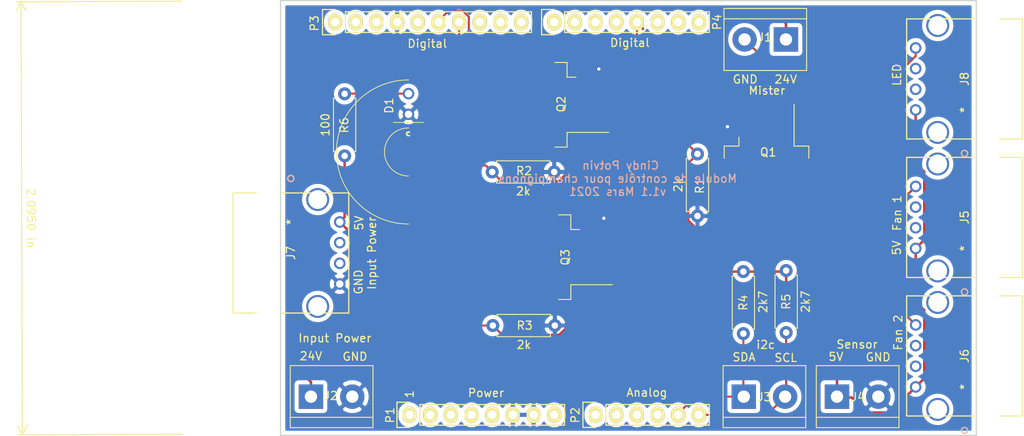
<source format=kicad_pcb>
(kicad_pcb (version 20171130) (host pcbnew "(5.1.0)-1")

  (general
    (thickness 1.6)
    (drawings 32)
    (tracks 123)
    (zones 0)
    (modules 22)
    (nets 13)
  )

  (page A4)
  (title_block
    (date "lun. 30 mars 2015")
  )

  (layers
    (0 F.Cu signal)
    (31 B.Cu signal)
    (32 B.Adhes user)
    (33 F.Adhes user)
    (34 B.Paste user)
    (35 F.Paste user)
    (36 B.SilkS user)
    (37 F.SilkS user)
    (38 B.Mask user)
    (39 F.Mask user)
    (40 Dwgs.User user)
    (41 Cmts.User user)
    (42 Eco1.User user)
    (43 Eco2.User user)
    (44 Edge.Cuts user)
    (45 Margin user)
    (46 B.CrtYd user)
    (47 F.CrtYd user)
    (48 B.Fab user)
    (49 F.Fab user)
  )

  (setup
    (last_trace_width 0.25)
    (trace_clearance 0.2)
    (zone_clearance 0.508)
    (zone_45_only no)
    (trace_min 0.2)
    (via_size 0.8)
    (via_drill 0.4)
    (via_min_size 0.4)
    (via_min_drill 0.3)
    (uvia_size 0.3)
    (uvia_drill 0.1)
    (uvias_allowed no)
    (uvia_min_size 0.2)
    (uvia_min_drill 0.1)
    (edge_width 0.15)
    (segment_width 0.15)
    (pcb_text_width 0.3)
    (pcb_text_size 1.5 1.5)
    (mod_edge_width 0.15)
    (mod_text_size 1 1)
    (mod_text_width 0.15)
    (pad_size 4.064 4.064)
    (pad_drill 3.048)
    (pad_to_mask_clearance 0)
    (aux_axis_origin 110.998 126.365)
    (grid_origin 110.998 126.365)
    (visible_elements 7FFFFFFF)
    (pcbplotparams
      (layerselection 0x010f0_ffffffff)
      (usegerberextensions true)
      (usegerberattributes false)
      (usegerberadvancedattributes false)
      (creategerberjobfile false)
      (excludeedgelayer true)
      (linewidth 0.100000)
      (plotframeref false)
      (viasonmask false)
      (mode 1)
      (useauxorigin false)
      (hpglpennumber 1)
      (hpglpenspeed 20)
      (hpglpendiameter 15.000000)
      (psnegative false)
      (psa4output false)
      (plotreference true)
      (plotvalue true)
      (plotinvisibletext false)
      (padsonsilk false)
      (subtractmaskfromsilk false)
      (outputformat 1)
      (mirror false)
      (drillshape 0)
      (scaleselection 1)
      (outputdirectory "fab2/"))
  )

  (net 0 "")
  (net 1 GND)
  (net 2 "/A4(SDA)")
  (net 3 "/A5(SCL)")
  (net 4 /+5V)
  (net 5 "/12(LED)")
  (net 6 "/11(FAN)")
  (net 7 "/3(MIST)")
  (net 8 "Net-(J1-Pad2)")
  (net 9 /+24V)
  (net 10 "Net-(J5-Pad4)")
  (net 11 "Net-(J8-Pad4)")
  (net 12 "Net-(D1-Pad2)")

  (net_class Default "This is the default net class."
    (clearance 0.2)
    (trace_width 0.25)
    (via_dia 0.8)
    (via_drill 0.4)
    (uvia_dia 0.3)
    (uvia_drill 0.1)
    (add_net "/11(FAN)")
    (add_net "/12(LED)")
    (add_net "/3(MIST)")
    (add_net "/A4(SDA)")
    (add_net "/A5(SCL)")
    (add_net "Net-(D1-Pad2)")
    (add_net "Net-(J1-Pad2)")
    (add_net "Net-(J5-Pad4)")
    (add_net "Net-(J8-Pad4)")
  )

  (net_class Power ""
    (clearance 0.2)
    (trace_width 0.3)
    (via_dia 1)
    (via_drill 0.6)
    (uvia_dia 0.3)
    (uvia_drill 0.1)
    (add_net /+24V)
    (add_net /+5V)
    (add_net GND)
  )

  (module Package_TO_SOT_SMD:TO-263-3_TabPin2 (layer F.Cu) (tedit 5A70FB8C) (tstamp 600DCD30)
    (at 182.8038 93.7514 270)
    (descr "TO-263 / D2PAK / DDPAK SMD package, http://www.infineon.com/cms/en/product/packages/PG-TO263/PG-TO263-3-1/")
    (tags "D2PAK DDPAK TO-263 D2PAK-3 TO-263-3 SOT-404")
    (path /5FED89E0)
    (attr smd)
    (fp_text reference Q1 (at -2.1844 -0.2032) (layer F.SilkS)
      (effects (font (size 1 1) (thickness 0.15)))
    )
    (fp_text value IRF520NSTRLPBF (at -0.508 -6.4008 270) (layer F.Fab)
      (effects (font (size 1 1) (thickness 0.15)))
    )
    (fp_text user %R (at 0 0 270) (layer F.Fab)
      (effects (font (size 1 1) (thickness 0.15)))
    )
    (fp_line (start 8.32 -5.65) (end -8.32 -5.65) (layer F.CrtYd) (width 0.05))
    (fp_line (start 8.32 5.65) (end 8.32 -5.65) (layer F.CrtYd) (width 0.05))
    (fp_line (start -8.32 5.65) (end 8.32 5.65) (layer F.CrtYd) (width 0.05))
    (fp_line (start -8.32 -5.65) (end -8.32 5.65) (layer F.CrtYd) (width 0.05))
    (fp_line (start -2.95 3.39) (end -4.05 3.39) (layer F.SilkS) (width 0.12))
    (fp_line (start -2.95 5.2) (end -2.95 3.39) (layer F.SilkS) (width 0.12))
    (fp_line (start -1.45 5.2) (end -2.95 5.2) (layer F.SilkS) (width 0.12))
    (fp_line (start -2.95 -3.39) (end -8.075 -3.39) (layer F.SilkS) (width 0.12))
    (fp_line (start -2.95 -5.2) (end -2.95 -3.39) (layer F.SilkS) (width 0.12))
    (fp_line (start -1.45 -5.2) (end -2.95 -5.2) (layer F.SilkS) (width 0.12))
    (fp_line (start -7.45 3.04) (end -2.75 3.04) (layer F.Fab) (width 0.1))
    (fp_line (start -7.45 2.04) (end -7.45 3.04) (layer F.Fab) (width 0.1))
    (fp_line (start -2.75 2.04) (end -7.45 2.04) (layer F.Fab) (width 0.1))
    (fp_line (start -7.45 0.5) (end -2.75 0.5) (layer F.Fab) (width 0.1))
    (fp_line (start -7.45 -0.5) (end -7.45 0.5) (layer F.Fab) (width 0.1))
    (fp_line (start -2.75 -0.5) (end -7.45 -0.5) (layer F.Fab) (width 0.1))
    (fp_line (start -7.45 -2.04) (end -2.75 -2.04) (layer F.Fab) (width 0.1))
    (fp_line (start -7.45 -3.04) (end -7.45 -2.04) (layer F.Fab) (width 0.1))
    (fp_line (start -2.75 -3.04) (end -7.45 -3.04) (layer F.Fab) (width 0.1))
    (fp_line (start -1.75 -5) (end 6.5 -5) (layer F.Fab) (width 0.1))
    (fp_line (start -2.75 -4) (end -1.75 -5) (layer F.Fab) (width 0.1))
    (fp_line (start -2.75 5) (end -2.75 -4) (layer F.Fab) (width 0.1))
    (fp_line (start 6.5 5) (end -2.75 5) (layer F.Fab) (width 0.1))
    (fp_line (start 6.5 -5) (end 6.5 5) (layer F.Fab) (width 0.1))
    (fp_line (start 7.5 5) (end 6.5 5) (layer F.Fab) (width 0.1))
    (fp_line (start 7.5 -5) (end 7.5 5) (layer F.Fab) (width 0.1))
    (fp_line (start 6.5 -5) (end 7.5 -5) (layer F.Fab) (width 0.1))
    (pad "" smd rect (at 0.95 2.775 270) (size 4.55 5.25) (layers F.Paste))
    (pad "" smd rect (at 5.8 -2.775 270) (size 4.55 5.25) (layers F.Paste))
    (pad "" smd rect (at 0.95 -2.775 270) (size 4.55 5.25) (layers F.Paste))
    (pad "" smd rect (at 5.8 2.775 270) (size 4.55 5.25) (layers F.Paste))
    (pad 2 smd rect (at 3.375 0 270) (size 9.4 10.8) (layers F.Cu F.Mask)
      (net 8 "Net-(J1-Pad2)"))
    (pad 3 smd rect (at -5.775 2.54 270) (size 4.6 1.1) (layers F.Cu F.Paste F.Mask)
      (net 1 GND))
    (pad 2 smd rect (at -5.775 0 270) (size 4.6 1.1) (layers F.Cu F.Paste F.Mask)
      (net 8 "Net-(J1-Pad2)"))
    (pad 1 smd rect (at -5.775 -2.54 270) (size 4.6 1.1) (layers F.Cu F.Paste F.Mask)
      (net 7 "/3(MIST)"))
    (model ${KISYS3DMOD}/Package_TO_SOT_SMD.3dshapes/TO-263-3_TabPin2.wrl
      (at (xyz 0 0 0))
      (scale (xyz 1 1 1))
      (rotate (xyz 0 0 0))
    )
  )

  (module Package_TO_SOT_SMD:TO-263-3_TabPin2 (layer F.Cu) (tedit 5A70FB8C) (tstamp 600DCD58)
    (at 155.3464 85.725 180)
    (descr "TO-263 / D2PAK / DDPAK SMD package, http://www.infineon.com/cms/en/product/packages/PG-TO263/PG-TO263-3-1/")
    (tags "D2PAK DDPAK TO-263 D2PAK-3 TO-263-3 SOT-404")
    (path /5FF64984)
    (attr smd)
    (fp_text reference Q2 (at -2.2352 0.0762 270) (layer F.SilkS)
      (effects (font (size 1 1) (thickness 0.15)))
    )
    (fp_text value IRF520NSTRLPBF (at 0 6.65 180) (layer F.Fab)
      (effects (font (size 1 1) (thickness 0.15)))
    )
    (fp_text user %R (at 0 0 180) (layer F.Fab)
      (effects (font (size 1 1) (thickness 0.15)))
    )
    (fp_line (start 8.32 -5.65) (end -8.32 -5.65) (layer F.CrtYd) (width 0.05))
    (fp_line (start 8.32 5.65) (end 8.32 -5.65) (layer F.CrtYd) (width 0.05))
    (fp_line (start -8.32 5.65) (end 8.32 5.65) (layer F.CrtYd) (width 0.05))
    (fp_line (start -8.32 -5.65) (end -8.32 5.65) (layer F.CrtYd) (width 0.05))
    (fp_line (start -2.95 3.39) (end -4.05 3.39) (layer F.SilkS) (width 0.12))
    (fp_line (start -2.95 5.2) (end -2.95 3.39) (layer F.SilkS) (width 0.12))
    (fp_line (start -1.45 5.2) (end -2.95 5.2) (layer F.SilkS) (width 0.12))
    (fp_line (start -2.95 -3.39) (end -8.075 -3.39) (layer F.SilkS) (width 0.12))
    (fp_line (start -2.95 -5.2) (end -2.95 -3.39) (layer F.SilkS) (width 0.12))
    (fp_line (start -1.45 -5.2) (end -2.95 -5.2) (layer F.SilkS) (width 0.12))
    (fp_line (start -7.45 3.04) (end -2.75 3.04) (layer F.Fab) (width 0.1))
    (fp_line (start -7.45 2.04) (end -7.45 3.04) (layer F.Fab) (width 0.1))
    (fp_line (start -2.75 2.04) (end -7.45 2.04) (layer F.Fab) (width 0.1))
    (fp_line (start -7.45 0.5) (end -2.75 0.5) (layer F.Fab) (width 0.1))
    (fp_line (start -7.45 -0.5) (end -7.45 0.5) (layer F.Fab) (width 0.1))
    (fp_line (start -2.75 -0.5) (end -7.45 -0.5) (layer F.Fab) (width 0.1))
    (fp_line (start -7.45 -2.04) (end -2.75 -2.04) (layer F.Fab) (width 0.1))
    (fp_line (start -7.45 -3.04) (end -7.45 -2.04) (layer F.Fab) (width 0.1))
    (fp_line (start -2.75 -3.04) (end -7.45 -3.04) (layer F.Fab) (width 0.1))
    (fp_line (start -1.75 -5) (end 6.5 -5) (layer F.Fab) (width 0.1))
    (fp_line (start -2.75 -4) (end -1.75 -5) (layer F.Fab) (width 0.1))
    (fp_line (start -2.75 5) (end -2.75 -4) (layer F.Fab) (width 0.1))
    (fp_line (start 6.5 5) (end -2.75 5) (layer F.Fab) (width 0.1))
    (fp_line (start 6.5 -5) (end 6.5 5) (layer F.Fab) (width 0.1))
    (fp_line (start 7.5 5) (end 6.5 5) (layer F.Fab) (width 0.1))
    (fp_line (start 7.5 -5) (end 7.5 5) (layer F.Fab) (width 0.1))
    (fp_line (start 6.5 -5) (end 7.5 -5) (layer F.Fab) (width 0.1))
    (pad "" smd rect (at 0.95 2.775 180) (size 4.55 5.25) (layers F.Paste))
    (pad "" smd rect (at 5.8 -2.775 180) (size 4.55 5.25) (layers F.Paste))
    (pad "" smd rect (at 0.95 -2.775 180) (size 4.55 5.25) (layers F.Paste))
    (pad "" smd rect (at 5.8 2.775 180) (size 4.55 5.25) (layers F.Paste))
    (pad 2 smd rect (at 3.375 0 180) (size 9.4 10.8) (layers F.Cu F.Mask)
      (net 11 "Net-(J8-Pad4)"))
    (pad 3 smd rect (at -5.775 2.54 180) (size 4.6 1.1) (layers F.Cu F.Paste F.Mask)
      (net 1 GND))
    (pad 2 smd rect (at -5.775 0 180) (size 4.6 1.1) (layers F.Cu F.Paste F.Mask)
      (net 11 "Net-(J8-Pad4)"))
    (pad 1 smd rect (at -5.775 -2.54 180) (size 4.6 1.1) (layers F.Cu F.Paste F.Mask)
      (net 5 "/12(LED)"))
    (model ${KISYS3DMOD}/Package_TO_SOT_SMD.3dshapes/TO-263-3_TabPin2.wrl
      (at (xyz 0 0 0))
      (scale (xyz 1 1 1))
      (rotate (xyz 0 0 0))
    )
  )

  (module Resistor_THT:R_Axial_DIN0207_L6.3mm_D2.5mm_P7.62mm_Horizontal (layer F.Cu) (tedit 5AE5139B) (tstamp 6045D4A3)
    (at 185.2168 106.0958 270)
    (descr "Resistor, Axial_DIN0207 series, Axial, Horizontal, pin pitch=7.62mm, 0.25W = 1/4W, length*diameter=6.3*2.5mm^2, http://cdn-reichelt.de/documents/datenblatt/B400/1_4W%23YAG.pdf")
    (tags "Resistor Axial_DIN0207 series Axial Horizontal pin pitch 7.62mm 0.25W = 1/4W length 6.3mm diameter 2.5mm")
    (path /5FFF8F7B)
    (fp_text reference R5 (at 3.8227 0 270) (layer F.SilkS)
      (effects (font (size 1 1) (thickness 0.15)))
    )
    (fp_text value 2k7 (at 3.8227 -2.3876 270) (layer F.SilkS)
      (effects (font (size 1 1) (thickness 0.15)))
    )
    (fp_text user %R (at 3.81 0 90) (layer F.Fab)
      (effects (font (size 1 1) (thickness 0.15)))
    )
    (fp_line (start 8.67 -1.5) (end -1.05 -1.5) (layer F.CrtYd) (width 0.05))
    (fp_line (start 8.67 1.5) (end 8.67 -1.5) (layer F.CrtYd) (width 0.05))
    (fp_line (start -1.05 1.5) (end 8.67 1.5) (layer F.CrtYd) (width 0.05))
    (fp_line (start -1.05 -1.5) (end -1.05 1.5) (layer F.CrtYd) (width 0.05))
    (fp_line (start 7.08 1.37) (end 7.08 1.04) (layer F.SilkS) (width 0.12))
    (fp_line (start 0.54 1.37) (end 7.08 1.37) (layer F.SilkS) (width 0.12))
    (fp_line (start 0.54 1.04) (end 0.54 1.37) (layer F.SilkS) (width 0.12))
    (fp_line (start 7.08 -1.37) (end 7.08 -1.04) (layer F.SilkS) (width 0.12))
    (fp_line (start 0.54 -1.37) (end 7.08 -1.37) (layer F.SilkS) (width 0.12))
    (fp_line (start 0.54 -1.04) (end 0.54 -1.37) (layer F.SilkS) (width 0.12))
    (fp_line (start 7.62 0) (end 6.96 0) (layer F.Fab) (width 0.1))
    (fp_line (start 0 0) (end 0.66 0) (layer F.Fab) (width 0.1))
    (fp_line (start 6.96 -1.25) (end 0.66 -1.25) (layer F.Fab) (width 0.1))
    (fp_line (start 6.96 1.25) (end 6.96 -1.25) (layer F.Fab) (width 0.1))
    (fp_line (start 0.66 1.25) (end 6.96 1.25) (layer F.Fab) (width 0.1))
    (fp_line (start 0.66 -1.25) (end 0.66 1.25) (layer F.Fab) (width 0.1))
    (pad 2 thru_hole oval (at 7.62 0 270) (size 1.6 1.6) (drill 0.8) (layers *.Cu *.Mask)
      (net 3 "/A5(SCL)"))
    (pad 1 thru_hole circle (at 0 0 270) (size 1.6 1.6) (drill 0.8) (layers *.Cu *.Mask)
      (net 4 /+5V))
    (model ${KISYS3DMOD}/Resistor_THT.3dshapes/R_Axial_DIN0207_L6.3mm_D2.5mm_P7.62mm_Horizontal.wrl
      (at (xyz 0 0 0))
      (scale (xyz 1 1 1))
      (rotate (xyz 0 0 0))
    )
  )

  (module Resistor_THT:R_Axial_DIN0207_L6.3mm_D2.5mm_P7.62mm_Horizontal (layer F.Cu) (tedit 5AE5139B) (tstamp 6045D461)
    (at 179.959 106.2228 270)
    (descr "Resistor, Axial_DIN0207 series, Axial, Horizontal, pin pitch=7.62mm, 0.25W = 1/4W, length*diameter=6.3*2.5mm^2, http://cdn-reichelt.de/documents/datenblatt/B400/1_4W%23YAG.pdf")
    (tags "Resistor Axial_DIN0207 series Axial Horizontal pin pitch 7.62mm 0.25W = 1/4W length 6.3mm diameter 2.5mm")
    (path /5FFEF476)
    (fp_text reference R4 (at 3.8227 0.0127 270) (layer F.SilkS)
      (effects (font (size 1 1) (thickness 0.15)))
    )
    (fp_text value 2k7 (at 3.7211 -2.4257 270) (layer F.SilkS)
      (effects (font (size 1 1) (thickness 0.15)))
    )
    (fp_text user %R (at 3.81 0 270) (layer F.Fab)
      (effects (font (size 1 1) (thickness 0.15)))
    )
    (fp_line (start 8.67 -1.5) (end -1.05 -1.5) (layer F.CrtYd) (width 0.05))
    (fp_line (start 8.67 1.5) (end 8.67 -1.5) (layer F.CrtYd) (width 0.05))
    (fp_line (start -1.05 1.5) (end 8.67 1.5) (layer F.CrtYd) (width 0.05))
    (fp_line (start -1.05 -1.5) (end -1.05 1.5) (layer F.CrtYd) (width 0.05))
    (fp_line (start 7.08 1.37) (end 7.08 1.04) (layer F.SilkS) (width 0.12))
    (fp_line (start 0.54 1.37) (end 7.08 1.37) (layer F.SilkS) (width 0.12))
    (fp_line (start 0.54 1.04) (end 0.54 1.37) (layer F.SilkS) (width 0.12))
    (fp_line (start 7.08 -1.37) (end 7.08 -1.04) (layer F.SilkS) (width 0.12))
    (fp_line (start 0.54 -1.37) (end 7.08 -1.37) (layer F.SilkS) (width 0.12))
    (fp_line (start 0.54 -1.04) (end 0.54 -1.37) (layer F.SilkS) (width 0.12))
    (fp_line (start 7.62 0) (end 6.96 0) (layer F.Fab) (width 0.1))
    (fp_line (start 0 0) (end 0.66 0) (layer F.Fab) (width 0.1))
    (fp_line (start 6.96 -1.25) (end 0.66 -1.25) (layer F.Fab) (width 0.1))
    (fp_line (start 6.96 1.25) (end 6.96 -1.25) (layer F.Fab) (width 0.1))
    (fp_line (start 0.66 1.25) (end 6.96 1.25) (layer F.Fab) (width 0.1))
    (fp_line (start 0.66 -1.25) (end 0.66 1.25) (layer F.Fab) (width 0.1))
    (pad 2 thru_hole oval (at 7.62 0 270) (size 1.6 1.6) (drill 0.8) (layers *.Cu *.Mask)
      (net 2 "/A4(SDA)"))
    (pad 1 thru_hole circle (at 0 0 270) (size 1.6 1.6) (drill 0.8) (layers *.Cu *.Mask)
      (net 4 /+5V))
    (model ${KISYS3DMOD}/Resistor_THT.3dshapes/R_Axial_DIN0207_L6.3mm_D2.5mm_P7.62mm_Horizontal.wrl
      (at (xyz 0 0 0))
      (scale (xyz 1 1 1))
      (rotate (xyz 0 0 0))
    )
  )

  (module Package_TO_SOT_SMD:TO-263-3_TabPin2 (layer F.Cu) (tedit 5A70FB8C) (tstamp 6045CA9A)
    (at 155.8036 104.4448 180)
    (descr "TO-263 / D2PAK / DDPAK SMD package, http://www.infineon.com/cms/en/product/packages/PG-TO263/PG-TO263-3-1/")
    (tags "D2PAK DDPAK TO-263 D2PAK-3 TO-263-3 SOT-404")
    (path /5FF9989A)
    (attr smd)
    (fp_text reference Q3 (at -2.286 -0.0254 270) (layer F.SilkS)
      (effects (font (size 1 1) (thickness 0.15)))
    )
    (fp_text value IRF520NSTRLPBF (at 0 6.65 180) (layer F.Fab)
      (effects (font (size 1 1) (thickness 0.15)))
    )
    (fp_text user %R (at 0 0 180) (layer F.Fab)
      (effects (font (size 1 1) (thickness 0.15)))
    )
    (fp_line (start 8.32 -5.65) (end -8.32 -5.65) (layer F.CrtYd) (width 0.05))
    (fp_line (start 8.32 5.65) (end 8.32 -5.65) (layer F.CrtYd) (width 0.05))
    (fp_line (start -8.32 5.65) (end 8.32 5.65) (layer F.CrtYd) (width 0.05))
    (fp_line (start -8.32 -5.65) (end -8.32 5.65) (layer F.CrtYd) (width 0.05))
    (fp_line (start -2.95 3.39) (end -4.05 3.39) (layer F.SilkS) (width 0.12))
    (fp_line (start -2.95 5.2) (end -2.95 3.39) (layer F.SilkS) (width 0.12))
    (fp_line (start -1.45 5.2) (end -2.95 5.2) (layer F.SilkS) (width 0.12))
    (fp_line (start -2.95 -3.39) (end -8.075 -3.39) (layer F.SilkS) (width 0.12))
    (fp_line (start -2.95 -5.2) (end -2.95 -3.39) (layer F.SilkS) (width 0.12))
    (fp_line (start -1.45 -5.2) (end -2.95 -5.2) (layer F.SilkS) (width 0.12))
    (fp_line (start -7.45 3.04) (end -2.75 3.04) (layer F.Fab) (width 0.1))
    (fp_line (start -7.45 2.04) (end -7.45 3.04) (layer F.Fab) (width 0.1))
    (fp_line (start -2.75 2.04) (end -7.45 2.04) (layer F.Fab) (width 0.1))
    (fp_line (start -7.45 0.5) (end -2.75 0.5) (layer F.Fab) (width 0.1))
    (fp_line (start -7.45 -0.5) (end -7.45 0.5) (layer F.Fab) (width 0.1))
    (fp_line (start -2.75 -0.5) (end -7.45 -0.5) (layer F.Fab) (width 0.1))
    (fp_line (start -7.45 -2.04) (end -2.75 -2.04) (layer F.Fab) (width 0.1))
    (fp_line (start -7.45 -3.04) (end -7.45 -2.04) (layer F.Fab) (width 0.1))
    (fp_line (start -2.75 -3.04) (end -7.45 -3.04) (layer F.Fab) (width 0.1))
    (fp_line (start -1.75 -5) (end 6.5 -5) (layer F.Fab) (width 0.1))
    (fp_line (start -2.75 -4) (end -1.75 -5) (layer F.Fab) (width 0.1))
    (fp_line (start -2.75 5) (end -2.75 -4) (layer F.Fab) (width 0.1))
    (fp_line (start 6.5 5) (end -2.75 5) (layer F.Fab) (width 0.1))
    (fp_line (start 6.5 -5) (end 6.5 5) (layer F.Fab) (width 0.1))
    (fp_line (start 7.5 5) (end 6.5 5) (layer F.Fab) (width 0.1))
    (fp_line (start 7.5 -5) (end 7.5 5) (layer F.Fab) (width 0.1))
    (fp_line (start 6.5 -5) (end 7.5 -5) (layer F.Fab) (width 0.1))
    (pad "" smd rect (at 0.95 2.775 180) (size 4.55 5.25) (layers F.Paste))
    (pad "" smd rect (at 5.8 -2.775 180) (size 4.55 5.25) (layers F.Paste))
    (pad "" smd rect (at 0.95 -2.775 180) (size 4.55 5.25) (layers F.Paste))
    (pad "" smd rect (at 5.8 2.775 180) (size 4.55 5.25) (layers F.Paste))
    (pad 2 smd rect (at 3.375 0 180) (size 9.4 10.8) (layers F.Cu F.Mask)
      (net 10 "Net-(J5-Pad4)"))
    (pad 3 smd rect (at -5.775 2.54 180) (size 4.6 1.1) (layers F.Cu F.Paste F.Mask)
      (net 1 GND))
    (pad 2 smd rect (at -5.775 0 180) (size 4.6 1.1) (layers F.Cu F.Paste F.Mask)
      (net 10 "Net-(J5-Pad4)"))
    (pad 1 smd rect (at -5.775 -2.54 180) (size 4.6 1.1) (layers F.Cu F.Paste F.Mask)
      (net 6 "/11(FAN)"))
    (model ${KISYS3DMOD}/Package_TO_SOT_SMD.3dshapes/TO-263-3_TabPin2.wrl
      (at (xyz 0 0 0))
      (scale (xyz 1 1 1))
      (rotate (xyz 0 0 0))
    )
  )

  (module TerminalBlock:TerminalBlock_bornier-2_P5.08mm (layer F.Cu) (tedit 59FF03AB) (tstamp 600DCB70)
    (at 126.8222 121.5898)
    (descr "simple 2-pin terminal block, pitch 5.08mm, revamped version of bornier2")
    (tags "terminal block bornier2")
    (path /5FEFBC80)
    (fp_text reference J2 (at 2.4384 -0.1016) (layer F.SilkS)
      (effects (font (size 1 1) (thickness 0.15)))
    )
    (fp_text value "Input Power" (at 2.9464 -7.1882) (layer F.SilkS)
      (effects (font (size 1 1) (thickness 0.15)))
    )
    (fp_line (start 7.79 4) (end -2.71 4) (layer F.CrtYd) (width 0.05))
    (fp_line (start 7.79 4) (end 7.79 -4) (layer F.CrtYd) (width 0.05))
    (fp_line (start -2.71 -4) (end -2.71 4) (layer F.CrtYd) (width 0.05))
    (fp_line (start -2.71 -4) (end 7.79 -4) (layer F.CrtYd) (width 0.05))
    (fp_line (start -2.54 3.81) (end 7.62 3.81) (layer F.SilkS) (width 0.12))
    (fp_line (start -2.54 -3.81) (end -2.54 3.81) (layer F.SilkS) (width 0.12))
    (fp_line (start 7.62 -3.81) (end -2.54 -3.81) (layer F.SilkS) (width 0.12))
    (fp_line (start 7.62 3.81) (end 7.62 -3.81) (layer F.SilkS) (width 0.12))
    (fp_line (start 7.62 2.54) (end -2.54 2.54) (layer F.SilkS) (width 0.12))
    (fp_line (start 7.54 -3.75) (end -2.46 -3.75) (layer F.Fab) (width 0.1))
    (fp_line (start 7.54 3.75) (end 7.54 -3.75) (layer F.Fab) (width 0.1))
    (fp_line (start -2.46 3.75) (end 7.54 3.75) (layer F.Fab) (width 0.1))
    (fp_line (start -2.46 -3.75) (end -2.46 3.75) (layer F.Fab) (width 0.1))
    (fp_line (start -2.41 2.55) (end 7.49 2.55) (layer F.Fab) (width 0.1))
    (fp_text user %R (at 2.54 0) (layer F.Fab)
      (effects (font (size 1 1) (thickness 0.15)))
    )
    (pad 2 thru_hole circle (at 5.08 0) (size 3 3) (drill 1.52) (layers *.Cu *.Mask)
      (net 1 GND))
    (pad 1 thru_hole rect (at 0 0) (size 3 3) (drill 1.52) (layers *.Cu *.Mask)
      (net 9 /+24V))
    (model ${KISYS3DMOD}/TerminalBlock.3dshapes/TerminalBlock_bornier-2_P5.08mm.wrl
      (offset (xyz 2.539999961853027 0 0))
      (scale (xyz 1 1 1))
      (rotate (xyz 0 0 0))
    )
  )

  (module TerminalBlock:TerminalBlock_bornier-2_P5.08mm (layer F.Cu) (tedit 59FF03AB) (tstamp 600E17FA)
    (at 185.1914 77.6986 180)
    (descr "simple 2-pin terminal block, pitch 5.08mm, revamped version of bornier2")
    (tags "terminal block bornier2")
    (path /5FECFE6A)
    (fp_text reference J1 (at 2.5908 0.254 180) (layer F.SilkS)
      (effects (font (size 1 1) (thickness 0.15)))
    )
    (fp_text value Mister (at 2.3368 -6.2738) (layer F.SilkS)
      (effects (font (size 1 1) (thickness 0.15)))
    )
    (fp_line (start 7.79 4) (end -2.71 4) (layer F.CrtYd) (width 0.05))
    (fp_line (start 7.79 4) (end 7.79 -4) (layer F.CrtYd) (width 0.05))
    (fp_line (start -2.71 -4) (end -2.71 4) (layer F.CrtYd) (width 0.05))
    (fp_line (start -2.71 -4) (end 7.79 -4) (layer F.CrtYd) (width 0.05))
    (fp_line (start -2.54 3.81) (end 7.62 3.81) (layer F.SilkS) (width 0.12))
    (fp_line (start -2.54 -3.81) (end -2.54 3.81) (layer F.SilkS) (width 0.12))
    (fp_line (start 7.62 -3.81) (end -2.54 -3.81) (layer F.SilkS) (width 0.12))
    (fp_line (start 7.62 3.81) (end 7.62 -3.81) (layer F.SilkS) (width 0.12))
    (fp_line (start 7.62 2.54) (end -2.54 2.54) (layer F.SilkS) (width 0.12))
    (fp_line (start 7.54 -3.75) (end -2.46 -3.75) (layer F.Fab) (width 0.1))
    (fp_line (start 7.54 3.75) (end 7.54 -3.75) (layer F.Fab) (width 0.1))
    (fp_line (start -2.46 3.75) (end 7.54 3.75) (layer F.Fab) (width 0.1))
    (fp_line (start -2.46 -3.75) (end -2.46 3.75) (layer F.Fab) (width 0.1))
    (fp_line (start -2.41 2.55) (end 7.49 2.55) (layer F.Fab) (width 0.1))
    (fp_text user %R (at 2.54 0.508 180) (layer F.Fab)
      (effects (font (size 1 1) (thickness 0.15)))
    )
    (pad 2 thru_hole circle (at 5.08 0 180) (size 3 3) (drill 1.52) (layers *.Cu *.Mask)
      (net 8 "Net-(J1-Pad2)"))
    (pad 1 thru_hole rect (at 0 0 180) (size 3 3) (drill 1.52) (layers *.Cu *.Mask)
      (net 9 /+24V))
    (model ${KISYS3DMOD}/TerminalBlock.3dshapes/TerminalBlock_bornier-2_P5.08mm.wrl
      (offset (xyz 2.539999961853027 0 0))
      (scale (xyz 1 1 1))
      (rotate (xyz 0 0 0))
    )
  )

  (module SamacSys_Parts:LTL2R3KGDEM (layer F.Cu) (tedit 0) (tstamp 6045D4E7)
    (at 138.811 86.8934 270)
    (descr LTL2R3KGD-EM-1)
    (tags LED)
    (path /6001D504)
    (fp_text reference D1 (at -1.0668 2.3876 270) (layer F.SilkS)
      (effects (font (size 1 1) (thickness 0.15)))
    )
    (fp_text value LED (at -0.9398 0.4318 270) (layer F.SilkS) hide
      (effects (font (size 1.27 1.27) (thickness 0.254)))
    )
    (fp_arc (start 2.4 0) (end 2.2 0.1) (angle -180) (layer F.SilkS) (width 0.2))
    (fp_arc (start 2.4 0) (end 2.2 -0.1) (angle -180) (layer F.SilkS) (width 0.2))
    (fp_arc (start 4.63 0) (end -4.22 0) (angle -180) (layer F.SilkS) (width 0.1))
    (fp_arc (start 4.63 0) (end 1.68 0) (angle -180) (layer F.SilkS) (width 0.1))
    (fp_arc (start 4.63 0) (end -4.22 0) (angle -180) (layer F.Fab) (width 0.2))
    (fp_arc (start 4.63 0) (end 1.68 0) (angle -180) (layer F.Fab) (width 0.2))
    (fp_line (start 2.2 0.1) (end 2.2 0.1) (layer F.SilkS) (width 0.2))
    (fp_line (start 2.2 -0.1) (end 2.2 -0.1) (layer F.SilkS) (width 0.2))
    (fp_line (start 1 -1.85) (end 1 1.85) (layer F.SilkS) (width 0.1))
    (fp_line (start 1 -1.85) (end 1 1.85) (layer F.Fab) (width 0.2))
    (fp_line (start -4.22 0) (end -4.22 0) (layer F.SilkS) (width 0.1))
    (fp_line (start 1.68 0) (end 1.68 0) (layer F.SilkS) (width 0.1))
    (fp_line (start -4.22 0) (end -4.22 0) (layer F.Fab) (width 0.2))
    (fp_line (start 1.68 0) (end 1.68 0) (layer F.Fab) (width 0.2))
    (fp_line (start 2.68 3.95) (end 2.68 -3.95) (layer F.CrtYd) (width 0.1))
    (fp_line (start -5.22 3.95) (end 2.68 3.95) (layer F.CrtYd) (width 0.1))
    (fp_line (start -5.22 -3.95) (end -5.22 3.95) (layer F.CrtYd) (width 0.1))
    (fp_line (start 2.68 -3.95) (end -5.22 -3.95) (layer F.CrtYd) (width 0.1))
    (fp_text user %R (at -1.27 0 270) (layer F.Fab)
      (effects (font (size 1.27 1.27) (thickness 0.254)))
    )
    (pad 2 thru_hole circle (at -2.54 0 270) (size 1.416 1.416) (drill 0.91) (layers *.Cu *.Mask)
      (net 12 "Net-(D1-Pad2)"))
    (pad 1 thru_hole circle (at 0 0 270) (size 1.416 1.416) (drill 0.91) (layers *.Cu *.Mask)
      (net 1 GND))
  )

  (module Socket_Arduino_Uno:Socket_Strip_Arduino_1x08 locked (layer F.Cu) (tedit 552168D2) (tstamp 551AF9EA)
    (at 138.938 123.825)
    (descr "Through hole socket strip")
    (tags "socket strip")
    (path /56D70129)
    (fp_text reference P1 (at -2.3876 0.0508 90) (layer F.SilkS)
      (effects (font (size 1 1) (thickness 0.15)))
    )
    (fp_text value Power (at 9.398 -2.6924) (layer F.SilkS)
      (effects (font (size 1 1) (thickness 0.15)))
    )
    (fp_line (start -1.75 -1.75) (end -1.75 1.75) (layer F.CrtYd) (width 0.05))
    (fp_line (start 19.55 -1.75) (end 19.55 1.75) (layer F.CrtYd) (width 0.05))
    (fp_line (start -1.75 -1.75) (end 19.55 -1.75) (layer F.CrtYd) (width 0.05))
    (fp_line (start -1.75 1.75) (end 19.55 1.75) (layer F.CrtYd) (width 0.05))
    (fp_line (start 1.27 1.27) (end 19.05 1.27) (layer F.SilkS) (width 0.15))
    (fp_line (start 19.05 1.27) (end 19.05 -1.27) (layer F.SilkS) (width 0.15))
    (fp_line (start 19.05 -1.27) (end 1.27 -1.27) (layer F.SilkS) (width 0.15))
    (fp_line (start -1.55 1.55) (end 0 1.55) (layer F.SilkS) (width 0.15))
    (fp_line (start 1.27 1.27) (end 1.27 -1.27) (layer F.SilkS) (width 0.15))
    (fp_line (start 0 -1.55) (end -1.55 -1.55) (layer F.SilkS) (width 0.15))
    (fp_line (start -1.55 -1.55) (end -1.55 1.55) (layer F.SilkS) (width 0.15))
    (pad 1 thru_hole oval (at 0 0) (size 1.7272 2.032) (drill 1.016) (layers *.Cu *.Mask F.SilkS))
    (pad 2 thru_hole oval (at 2.54 0) (size 1.7272 2.032) (drill 1.016) (layers *.Cu *.Mask F.SilkS))
    (pad 3 thru_hole oval (at 5.08 0) (size 1.7272 2.032) (drill 1.016) (layers *.Cu *.Mask F.SilkS))
    (pad 4 thru_hole oval (at 7.62 0) (size 1.7272 2.032) (drill 1.016) (layers *.Cu *.Mask F.SilkS))
    (pad 5 thru_hole oval (at 10.16 0) (size 1.7272 2.032) (drill 1.016) (layers *.Cu *.Mask F.SilkS))
    (pad 6 thru_hole oval (at 12.7 0) (size 1.7272 2.032) (drill 1.016) (layers *.Cu *.Mask F.SilkS)
      (net 1 GND))
    (pad 7 thru_hole oval (at 15.24 0) (size 1.7272 2.032) (drill 1.016) (layers *.Cu *.Mask F.SilkS)
      (net 1 GND))
    (pad 8 thru_hole oval (at 17.78 0) (size 1.7272 2.032) (drill 1.016) (layers *.Cu *.Mask F.SilkS))
    (model ${KIPRJMOD}/Socket_Arduino_Uno.3dshapes/Socket_header_Arduino_1x08.wrl
      (offset (xyz 8.889999866485596 0 0))
      (scale (xyz 1 1 1))
      (rotate (xyz 0 0 180))
    )
  )

  (module Socket_Arduino_Uno:Socket_Strip_Arduino_1x06 locked (layer F.Cu) (tedit 552168D6) (tstamp 551AF9FF)
    (at 161.798 123.825)
    (descr "Through hole socket strip")
    (tags "socket strip")
    (path /56D70DD8)
    (fp_text reference P2 (at -2.4892 0.0508 90) (layer F.SilkS)
      (effects (font (size 1 1) (thickness 0.15)))
    )
    (fp_text value Analog (at 6.2992 -2.7432) (layer F.SilkS)
      (effects (font (size 1 1) (thickness 0.15)))
    )
    (fp_line (start -1.75 -1.75) (end -1.75 1.75) (layer F.CrtYd) (width 0.05))
    (fp_line (start 14.45 -1.75) (end 14.45 1.75) (layer F.CrtYd) (width 0.05))
    (fp_line (start -1.75 -1.75) (end 14.45 -1.75) (layer F.CrtYd) (width 0.05))
    (fp_line (start -1.75 1.75) (end 14.45 1.75) (layer F.CrtYd) (width 0.05))
    (fp_line (start 1.27 1.27) (end 13.97 1.27) (layer F.SilkS) (width 0.15))
    (fp_line (start 13.97 1.27) (end 13.97 -1.27) (layer F.SilkS) (width 0.15))
    (fp_line (start 13.97 -1.27) (end 1.27 -1.27) (layer F.SilkS) (width 0.15))
    (fp_line (start -1.55 1.55) (end 0 1.55) (layer F.SilkS) (width 0.15))
    (fp_line (start 1.27 1.27) (end 1.27 -1.27) (layer F.SilkS) (width 0.15))
    (fp_line (start 0 -1.55) (end -1.55 -1.55) (layer F.SilkS) (width 0.15))
    (fp_line (start -1.55 -1.55) (end -1.55 1.55) (layer F.SilkS) (width 0.15))
    (pad 1 thru_hole oval (at 0 0) (size 1.7272 2.032) (drill 1.016) (layers *.Cu *.Mask F.SilkS))
    (pad 2 thru_hole oval (at 2.54 0) (size 1.7272 2.032) (drill 1.016) (layers *.Cu *.Mask F.SilkS))
    (pad 3 thru_hole oval (at 5.08 0) (size 1.7272 2.032) (drill 1.016) (layers *.Cu *.Mask F.SilkS))
    (pad 4 thru_hole oval (at 7.62 0) (size 1.7272 2.032) (drill 1.016) (layers *.Cu *.Mask F.SilkS))
    (pad 5 thru_hole oval (at 10.16 0) (size 1.7272 2.032) (drill 1.016) (layers *.Cu *.Mask F.SilkS)
      (net 2 "/A4(SDA)"))
    (pad 6 thru_hole oval (at 12.7 0) (size 1.7272 2.032) (drill 1.016) (layers *.Cu *.Mask F.SilkS)
      (net 3 "/A5(SCL)"))
    (model ${KIPRJMOD}/Socket_Arduino_Uno.3dshapes/Socket_header_Arduino_1x06.wrl
      (offset (xyz 6.349999904632568 0 0))
      (scale (xyz 1 1 1))
      (rotate (xyz 0 0 180))
    )
  )

  (module Socket_Arduino_Uno:Socket_Strip_Arduino_1x10 locked (layer F.Cu) (tedit 552168BF) (tstamp 551AFA18)
    (at 129.794 75.565)
    (descr "Through hole socket strip")
    (tags "socket strip")
    (path /56D721E0)
    (fp_text reference P3 (at -2.54 0.1524 90) (layer F.SilkS)
      (effects (font (size 1 1) (thickness 0.15)))
    )
    (fp_text value Digital (at 11.3284 2.6416) (layer F.SilkS)
      (effects (font (size 1 1) (thickness 0.15)))
    )
    (fp_line (start -1.75 -1.75) (end -1.75 1.75) (layer F.CrtYd) (width 0.05))
    (fp_line (start 24.65 -1.75) (end 24.65 1.75) (layer F.CrtYd) (width 0.05))
    (fp_line (start -1.75 -1.75) (end 24.65 -1.75) (layer F.CrtYd) (width 0.05))
    (fp_line (start -1.75 1.75) (end 24.65 1.75) (layer F.CrtYd) (width 0.05))
    (fp_line (start 1.27 1.27) (end 24.13 1.27) (layer F.SilkS) (width 0.15))
    (fp_line (start 24.13 1.27) (end 24.13 -1.27) (layer F.SilkS) (width 0.15))
    (fp_line (start 24.13 -1.27) (end 1.27 -1.27) (layer F.SilkS) (width 0.15))
    (fp_line (start -1.55 1.55) (end 0 1.55) (layer F.SilkS) (width 0.15))
    (fp_line (start 1.27 1.27) (end 1.27 -1.27) (layer F.SilkS) (width 0.15))
    (fp_line (start 0 -1.55) (end -1.55 -1.55) (layer F.SilkS) (width 0.15))
    (fp_line (start -1.55 -1.55) (end -1.55 1.55) (layer F.SilkS) (width 0.15))
    (pad 1 thru_hole oval (at 0 0) (size 1.7272 2.032) (drill 1.016) (layers *.Cu *.Mask F.SilkS))
    (pad 2 thru_hole oval (at 2.54 0) (size 1.7272 2.032) (drill 1.016) (layers *.Cu *.Mask F.SilkS))
    (pad 3 thru_hole oval (at 5.08 0) (size 1.7272 2.032) (drill 1.016) (layers *.Cu *.Mask F.SilkS))
    (pad 4 thru_hole oval (at 7.62 0) (size 1.7272 2.032) (drill 1.016) (layers *.Cu *.Mask F.SilkS)
      (net 1 GND))
    (pad 5 thru_hole oval (at 10.16 0) (size 1.7272 2.032) (drill 1.016) (layers *.Cu *.Mask F.SilkS))
    (pad 6 thru_hole oval (at 12.7 0) (size 1.7272 2.032) (drill 1.016) (layers *.Cu *.Mask F.SilkS)
      (net 5 "/12(LED)"))
    (pad 7 thru_hole oval (at 15.24 0) (size 1.7272 2.032) (drill 1.016) (layers *.Cu *.Mask F.SilkS)
      (net 6 "/11(FAN)"))
    (pad 8 thru_hole oval (at 17.78 0) (size 1.7272 2.032) (drill 1.016) (layers *.Cu *.Mask F.SilkS))
    (pad 9 thru_hole oval (at 20.32 0) (size 1.7272 2.032) (drill 1.016) (layers *.Cu *.Mask F.SilkS))
    (pad 10 thru_hole oval (at 22.86 0) (size 1.7272 2.032) (drill 1.016) (layers *.Cu *.Mask F.SilkS))
    (model ${KIPRJMOD}/Socket_Arduino_Uno.3dshapes/Socket_header_Arduino_1x10.wrl
      (offset (xyz 11.42999982833862 0 0))
      (scale (xyz 1 1 1))
      (rotate (xyz 0 0 180))
    )
  )

  (module Socket_Arduino_Uno:Socket_Strip_Arduino_1x08 locked (layer F.Cu) (tedit 552168C7) (tstamp 551AFA2F)
    (at 156.718 75.565)
    (descr "Through hole socket strip")
    (tags "socket strip")
    (path /56D7164F)
    (fp_text reference P4 (at 20.0152 0 90) (layer F.SilkS)
      (effects (font (size 1 1) (thickness 0.15)))
    )
    (fp_text value Digital (at 9.2964 2.54) (layer F.SilkS)
      (effects (font (size 1 1) (thickness 0.15)))
    )
    (fp_line (start -1.75 -1.75) (end -1.75 1.75) (layer F.CrtYd) (width 0.05))
    (fp_line (start 19.55 -1.75) (end 19.55 1.75) (layer F.CrtYd) (width 0.05))
    (fp_line (start -1.75 -1.75) (end 19.55 -1.75) (layer F.CrtYd) (width 0.05))
    (fp_line (start -1.75 1.75) (end 19.55 1.75) (layer F.CrtYd) (width 0.05))
    (fp_line (start 1.27 1.27) (end 19.05 1.27) (layer F.SilkS) (width 0.15))
    (fp_line (start 19.05 1.27) (end 19.05 -1.27) (layer F.SilkS) (width 0.15))
    (fp_line (start 19.05 -1.27) (end 1.27 -1.27) (layer F.SilkS) (width 0.15))
    (fp_line (start -1.55 1.55) (end 0 1.55) (layer F.SilkS) (width 0.15))
    (fp_line (start 1.27 1.27) (end 1.27 -1.27) (layer F.SilkS) (width 0.15))
    (fp_line (start 0 -1.55) (end -1.55 -1.55) (layer F.SilkS) (width 0.15))
    (fp_line (start -1.55 -1.55) (end -1.55 1.55) (layer F.SilkS) (width 0.15))
    (pad 1 thru_hole oval (at 0 0) (size 1.7272 2.032) (drill 1.016) (layers *.Cu *.Mask F.SilkS))
    (pad 2 thru_hole oval (at 2.54 0) (size 1.7272 2.032) (drill 1.016) (layers *.Cu *.Mask F.SilkS))
    (pad 3 thru_hole oval (at 5.08 0) (size 1.7272 2.032) (drill 1.016) (layers *.Cu *.Mask F.SilkS))
    (pad 4 thru_hole oval (at 7.62 0) (size 1.7272 2.032) (drill 1.016) (layers *.Cu *.Mask F.SilkS))
    (pad 5 thru_hole oval (at 10.16 0) (size 1.7272 2.032) (drill 1.016) (layers *.Cu *.Mask F.SilkS)
      (net 7 "/3(MIST)"))
    (pad 6 thru_hole oval (at 12.7 0) (size 1.7272 2.032) (drill 1.016) (layers *.Cu *.Mask F.SilkS))
    (pad 7 thru_hole oval (at 15.24 0) (size 1.7272 2.032) (drill 1.016) (layers *.Cu *.Mask F.SilkS))
    (pad 8 thru_hole oval (at 17.78 0) (size 1.7272 2.032) (drill 1.016) (layers *.Cu *.Mask F.SilkS))
    (model ${KIPRJMOD}/Socket_Arduino_Uno.3dshapes/Socket_header_Arduino_1x08.wrl
      (offset (xyz 8.889999866485596 0 0))
      (scale (xyz 1 1 1))
      (rotate (xyz 0 0 180))
    )
  )

  (module TerminalBlock:TerminalBlock_bornier-2_P5.08mm (layer F.Cu) (tedit 59FF03AB) (tstamp 6045D29A)
    (at 180.0098 121.5898)
    (descr "simple 2-pin terminal block, pitch 5.08mm, revamped version of bornier2")
    (tags "terminal block bornier2")
    (path /60101423)
    (fp_text reference J3 (at 2.54 0.0508) (layer F.SilkS)
      (effects (font (size 1 1) (thickness 0.15)))
    )
    (fp_text value i2c (at 2.6924 -6.3754 180) (layer F.SilkS)
      (effects (font (size 1 1) (thickness 0.15)))
    )
    (fp_text user %R (at 2.54 0) (layer F.Fab)
      (effects (font (size 1 1) (thickness 0.15)))
    )
    (fp_line (start -2.41 2.55) (end 7.49 2.55) (layer F.Fab) (width 0.1))
    (fp_line (start -2.46 -3.75) (end -2.46 3.75) (layer F.Fab) (width 0.1))
    (fp_line (start -2.46 3.75) (end 7.54 3.75) (layer F.Fab) (width 0.1))
    (fp_line (start 7.54 3.75) (end 7.54 -3.75) (layer F.Fab) (width 0.1))
    (fp_line (start 7.54 -3.75) (end -2.46 -3.75) (layer F.Fab) (width 0.1))
    (fp_line (start 7.62 2.54) (end -2.54 2.54) (layer F.SilkS) (width 0.12))
    (fp_line (start 7.62 3.81) (end 7.62 -3.81) (layer F.SilkS) (width 0.12))
    (fp_line (start 7.62 -3.81) (end -2.54 -3.81) (layer F.SilkS) (width 0.12))
    (fp_line (start -2.54 -3.81) (end -2.54 3.81) (layer F.SilkS) (width 0.12))
    (fp_line (start -2.54 3.81) (end 7.62 3.81) (layer F.SilkS) (width 0.12))
    (fp_line (start -2.71 -4) (end 7.79 -4) (layer F.CrtYd) (width 0.05))
    (fp_line (start -2.71 -4) (end -2.71 4) (layer F.CrtYd) (width 0.05))
    (fp_line (start 7.79 4) (end 7.79 -4) (layer F.CrtYd) (width 0.05))
    (fp_line (start 7.79 4) (end -2.71 4) (layer F.CrtYd) (width 0.05))
    (pad 1 thru_hole rect (at 0 0) (size 3 3) (drill 1.52) (layers *.Cu *.Mask)
      (net 2 "/A4(SDA)"))
    (pad 2 thru_hole circle (at 5.08 0) (size 3 3) (drill 1.52) (layers *.Cu *.Mask)
      (net 3 "/A5(SCL)"))
    (model ${KISYS3DMOD}/TerminalBlock.3dshapes/TerminalBlock_bornier-2_P5.08mm.wrl
      (offset (xyz 2.539999961853027 0 0))
      (scale (xyz 1 1 1))
      (rotate (xyz 0 0 0))
    )
  )

  (module TerminalBlock:TerminalBlock_bornier-2_P5.08mm (layer F.Cu) (tedit 59FF03AB) (tstamp 604C2D5D)
    (at 191.4652 121.5898)
    (descr "simple 2-pin terminal block, pitch 5.08mm, revamped version of bornier2")
    (tags "terminal block bornier2")
    (path /601044A1)
    (fp_text reference J4 (at 2.5908 0.0508) (layer F.SilkS)
      (effects (font (size 1 1) (thickness 0.15)))
    )
    (fp_text value Sensor (at 2.4638 -6.4262) (layer F.SilkS)
      (effects (font (size 1 1) (thickness 0.15)))
    )
    (fp_line (start 7.79 4) (end -2.71 4) (layer F.CrtYd) (width 0.05))
    (fp_line (start 7.79 4) (end 7.79 -4) (layer F.CrtYd) (width 0.05))
    (fp_line (start -2.71 -4) (end -2.71 4) (layer F.CrtYd) (width 0.05))
    (fp_line (start -2.71 -4) (end 7.79 -4) (layer F.CrtYd) (width 0.05))
    (fp_line (start -2.54 3.81) (end 7.62 3.81) (layer F.SilkS) (width 0.12))
    (fp_line (start -2.54 -3.81) (end -2.54 3.81) (layer F.SilkS) (width 0.12))
    (fp_line (start 7.62 -3.81) (end -2.54 -3.81) (layer F.SilkS) (width 0.12))
    (fp_line (start 7.62 3.81) (end 7.62 -3.81) (layer F.SilkS) (width 0.12))
    (fp_line (start 7.62 2.54) (end -2.54 2.54) (layer F.SilkS) (width 0.12))
    (fp_line (start 7.54 -3.75) (end -2.46 -3.75) (layer F.Fab) (width 0.1))
    (fp_line (start 7.54 3.75) (end 7.54 -3.75) (layer F.Fab) (width 0.1))
    (fp_line (start -2.46 3.75) (end 7.54 3.75) (layer F.Fab) (width 0.1))
    (fp_line (start -2.46 -3.75) (end -2.46 3.75) (layer F.Fab) (width 0.1))
    (fp_line (start -2.41 2.55) (end 7.49 2.55) (layer F.Fab) (width 0.1))
    (fp_text user %R (at 2.54 0) (layer F.Fab)
      (effects (font (size 1 1) (thickness 0.15)))
    )
    (pad 2 thru_hole circle (at 5.08 0) (size 3 3) (drill 1.52) (layers *.Cu *.Mask)
      (net 1 GND))
    (pad 1 thru_hole rect (at 0 0) (size 3 3) (drill 1.52) (layers *.Cu *.Mask)
      (net 4 /+5V))
    (model ${KISYS3DMOD}/TerminalBlock.3dshapes/TerminalBlock_bornier-2_P5.08mm.wrl
      (offset (xyz 2.539999961853027 0 0))
      (scale (xyz 1 1 1))
      (rotate (xyz 0 0 0))
    )
  )

  (module SS-52100-001:SS-52100-001 (layer F.Cu) (tedit 0) (tstamp 604C2D0F)
    (at 207.137 103.378 90)
    (path /6050E014)
    (fp_text reference J5 (at 3.81 0 90) (layer F.SilkS)
      (effects (font (size 1 1) (thickness 0.15)))
    )
    (fp_text value "Fan 1" (at 4.3434 -8.2804 90) (layer F.SilkS)
      (effects (font (size 1 1) (thickness 0.15)))
    )
    (fp_circle (center -5.3467 0) (end -4.9657 0) (layer B.SilkS) (width 0.1524))
    (fp_circle (center -5.3467 0) (end -4.9657 0) (layer F.SilkS) (width 0.1524))
    (fp_circle (center 0 -1.905) (end 0.381 -1.905) (layer F.Fab) (width 0.1524))
    (fp_line (start 12.0437 -7.239) (end -4.4237 -7.239) (layer F.CrtYd) (width 0.1524))
    (fp_line (start 12.0437 7.239) (end 12.0437 -7.239) (layer F.CrtYd) (width 0.1524))
    (fp_line (start -4.4237 7.239) (end 12.0437 7.239) (layer F.CrtYd) (width 0.1524))
    (fp_line (start -4.4237 -7.239) (end -4.4237 7.239) (layer F.CrtYd) (width 0.1524))
    (fp_line (start 11.1887 1.166594) (end 11.1887 -7.112) (layer F.SilkS) (width 0.1524))
    (fp_line (start -3.5687 4.253405) (end -3.5687 7.112) (layer F.SilkS) (width 0.1524))
    (fp_line (start -3.4417 -6.985) (end -3.4417 6.985) (layer F.Fab) (width 0.1524))
    (fp_line (start 11.0617 -6.985) (end -3.4417 -6.985) (layer F.Fab) (width 0.1524))
    (fp_line (start 11.0617 6.985) (end 11.0617 -6.985) (layer F.Fab) (width 0.1524))
    (fp_line (start -3.4417 6.985) (end 11.0617 6.985) (layer F.Fab) (width 0.1524))
    (fp_line (start -3.5687 -7.112) (end -3.5687 1.166594) (layer F.SilkS) (width 0.1524))
    (fp_line (start 11.1887 -7.112) (end -3.5687 -7.112) (layer F.SilkS) (width 0.1524))
    (fp_line (start 11.1887 7.112) (end 11.1887 4.253405) (layer F.SilkS) (width 0.1524))
    (fp_line (start -3.5687 7.112) (end 11.1887 7.112) (layer F.SilkS) (width 0.1524))
    (fp_text user * (at 0 0 90) (layer F.Fab)
      (effects (font (size 1 1) (thickness 0.15)))
    )
    (fp_text user * (at 0 0 90) (layer F.SilkS)
      (effects (font (size 1 1) (thickness 0.15)))
    )
    (fp_text user "Copyright 2016 Accelerated Designs. All rights reserved." (at 0 0 90) (layer Cmts.User)
      (effects (font (size 0.127 0.127) (thickness 0.002)))
    )
    (pad 6 thru_hole circle (at 10.38 -3.295 180) (size 2.8194 2.8194) (drill 2.3114) (layers *.Cu *.Mask))
    (pad 5 thru_hole circle (at -2.76 -3.295 180) (size 2.8194 2.8194) (drill 2.3114) (layers *.Cu *.Mask))
    (pad 4 thru_hole circle (at 7.62 -6.005 90) (size 1.4224 1.4224) (drill 0.9144) (layers *.Cu *.Mask)
      (net 10 "Net-(J5-Pad4)"))
    (pad 3 thru_hole circle (at 5.08 -6.005 90) (size 1.4224 1.4224) (drill 0.9144) (layers *.Cu *.Mask))
    (pad 2 thru_hole circle (at 2.54 -6.005 90) (size 1.4224 1.4224) (drill 0.9144) (layers *.Cu *.Mask))
    (pad 1 thru_hole circle (at 0 -6.005 90) (size 1.4224 1.4224) (drill 0.9144) (layers *.Cu *.Mask)
      (net 4 /+5V))
  )

  (module SS-52100-001:SS-52100-001 (layer F.Cu) (tedit 0) (tstamp 604C2DA2)
    (at 207.137 120.396 90)
    (path /6050B127)
    (fp_text reference J6 (at 3.81 0 90) (layer F.SilkS)
      (effects (font (size 1 1) (thickness 0.15)))
    )
    (fp_text value "Fan 2" (at 6.6802 -8.1534 270) (layer F.SilkS)
      (effects (font (size 1 1) (thickness 0.15)))
    )
    (fp_text user "Copyright 2016 Accelerated Designs. All rights reserved." (at 0 0 90) (layer Cmts.User)
      (effects (font (size 0.127 0.127) (thickness 0.002)))
    )
    (fp_text user * (at 0 0 90) (layer F.SilkS)
      (effects (font (size 1 1) (thickness 0.15)))
    )
    (fp_text user * (at 0 0 90) (layer F.Fab)
      (effects (font (size 1 1) (thickness 0.15)))
    )
    (fp_line (start -3.5687 7.112) (end 11.1887 7.112) (layer F.SilkS) (width 0.1524))
    (fp_line (start 11.1887 7.112) (end 11.1887 4.253405) (layer F.SilkS) (width 0.1524))
    (fp_line (start 11.1887 -7.112) (end -3.5687 -7.112) (layer F.SilkS) (width 0.1524))
    (fp_line (start -3.5687 -7.112) (end -3.5687 1.166594) (layer F.SilkS) (width 0.1524))
    (fp_line (start -3.4417 6.985) (end 11.0617 6.985) (layer F.Fab) (width 0.1524))
    (fp_line (start 11.0617 6.985) (end 11.0617 -6.985) (layer F.Fab) (width 0.1524))
    (fp_line (start 11.0617 -6.985) (end -3.4417 -6.985) (layer F.Fab) (width 0.1524))
    (fp_line (start -3.4417 -6.985) (end -3.4417 6.985) (layer F.Fab) (width 0.1524))
    (fp_line (start -3.5687 4.253405) (end -3.5687 7.112) (layer F.SilkS) (width 0.1524))
    (fp_line (start 11.1887 1.166594) (end 11.1887 -7.112) (layer F.SilkS) (width 0.1524))
    (fp_line (start -4.4237 -7.239) (end -4.4237 7.239) (layer F.CrtYd) (width 0.1524))
    (fp_line (start -4.4237 7.239) (end 12.0437 7.239) (layer F.CrtYd) (width 0.1524))
    (fp_line (start 12.0437 7.239) (end 12.0437 -7.239) (layer F.CrtYd) (width 0.1524))
    (fp_line (start 12.0437 -7.239) (end -4.4237 -7.239) (layer F.CrtYd) (width 0.1524))
    (fp_circle (center 0 -1.905) (end 0.381 -1.905) (layer F.Fab) (width 0.1524))
    (fp_circle (center -5.3467 0) (end -4.9657 0) (layer F.SilkS) (width 0.1524))
    (fp_circle (center -5.3467 0) (end -4.9657 0) (layer B.SilkS) (width 0.1524))
    (pad 1 thru_hole circle (at 0 -6.005 90) (size 1.4224 1.4224) (drill 0.9144) (layers *.Cu *.Mask)
      (net 4 /+5V))
    (pad 2 thru_hole circle (at 2.54 -6.005 90) (size 1.4224 1.4224) (drill 0.9144) (layers *.Cu *.Mask))
    (pad 3 thru_hole circle (at 5.08 -6.005 90) (size 1.4224 1.4224) (drill 0.9144) (layers *.Cu *.Mask))
    (pad 4 thru_hole circle (at 7.62 -6.005 90) (size 1.4224 1.4224) (drill 0.9144) (layers *.Cu *.Mask)
      (net 10 "Net-(J5-Pad4)"))
    (pad 5 thru_hole circle (at -2.76 -3.295 180) (size 2.8194 2.8194) (drill 2.3114) (layers *.Cu *.Mask))
    (pad 6 thru_hole circle (at 10.38 -3.295 180) (size 2.8194 2.8194) (drill 2.3114) (layers *.Cu *.Mask))
  )

  (module SS-52100-001:SS-52100-001 (layer F.Cu) (tedit 0) (tstamp 604C2279)
    (at 124.3584 100.1268 270)
    (path /60524719)
    (fp_text reference J7 (at 3.81 0 270) (layer F.SilkS)
      (effects (font (size 1 1) (thickness 0.15)))
    )
    (fp_text value "Input Power" (at 3.8354 -9.9568 270) (layer F.SilkS)
      (effects (font (size 1 1) (thickness 0.15)))
    )
    (fp_text user "Copyright 2016 Accelerated Designs. All rights reserved." (at 0 0 270) (layer Cmts.User)
      (effects (font (size 0.127 0.127) (thickness 0.002)))
    )
    (fp_text user * (at 0 0 270) (layer F.SilkS)
      (effects (font (size 1 1) (thickness 0.15)))
    )
    (fp_text user * (at 0 0 270) (layer F.Fab)
      (effects (font (size 1 1) (thickness 0.15)))
    )
    (fp_line (start -3.5687 7.112) (end 11.1887 7.112) (layer F.SilkS) (width 0.1524))
    (fp_line (start 11.1887 7.112) (end 11.1887 4.253405) (layer F.SilkS) (width 0.1524))
    (fp_line (start 11.1887 -7.112) (end -3.5687 -7.112) (layer F.SilkS) (width 0.1524))
    (fp_line (start -3.5687 -7.112) (end -3.5687 1.166594) (layer F.SilkS) (width 0.1524))
    (fp_line (start -3.4417 6.985) (end 11.0617 6.985) (layer F.Fab) (width 0.1524))
    (fp_line (start 11.0617 6.985) (end 11.0617 -6.985) (layer F.Fab) (width 0.1524))
    (fp_line (start 11.0617 -6.985) (end -3.4417 -6.985) (layer F.Fab) (width 0.1524))
    (fp_line (start -3.4417 -6.985) (end -3.4417 6.985) (layer F.Fab) (width 0.1524))
    (fp_line (start -3.5687 4.253405) (end -3.5687 7.112) (layer F.SilkS) (width 0.1524))
    (fp_line (start 11.1887 1.166594) (end 11.1887 -7.112) (layer F.SilkS) (width 0.1524))
    (fp_line (start -4.4237 -7.239) (end -4.4237 7.239) (layer F.CrtYd) (width 0.1524))
    (fp_line (start -4.4237 7.239) (end 12.0437 7.239) (layer F.CrtYd) (width 0.1524))
    (fp_line (start 12.0437 7.239) (end 12.0437 -7.239) (layer F.CrtYd) (width 0.1524))
    (fp_line (start 12.0437 -7.239) (end -4.4237 -7.239) (layer F.CrtYd) (width 0.1524))
    (fp_circle (center 0 -1.905) (end 0.381 -1.905) (layer F.Fab) (width 0.1524))
    (fp_circle (center -5.3467 0) (end -4.9657 0) (layer F.SilkS) (width 0.1524))
    (fp_circle (center -5.3467 0) (end -4.9657 0) (layer B.SilkS) (width 0.1524))
    (pad 1 thru_hole circle (at 0 -6.005 270) (size 1.4224 1.4224) (drill 0.9144) (layers *.Cu *.Mask)
      (net 4 /+5V))
    (pad 2 thru_hole circle (at 2.54 -6.005 270) (size 1.4224 1.4224) (drill 0.9144) (layers *.Cu *.Mask))
    (pad 3 thru_hole circle (at 5.08 -6.005 270) (size 1.4224 1.4224) (drill 0.9144) (layers *.Cu *.Mask))
    (pad 4 thru_hole circle (at 7.62 -6.005 270) (size 1.4224 1.4224) (drill 0.9144) (layers *.Cu *.Mask)
      (net 1 GND))
    (pad 5 thru_hole circle (at -2.76 -3.295) (size 2.8194 2.8194) (drill 2.3114) (layers *.Cu *.Mask))
    (pad 6 thru_hole circle (at 10.38 -3.295) (size 2.8194 2.8194) (drill 2.3114) (layers *.Cu *.Mask))
  )

  (module SS-52100-001:SS-52100-001 (layer F.Cu) (tedit 0) (tstamp 604C2CB8)
    (at 207.137 86.36 90)
    (path /604ECA83)
    (fp_text reference J8 (at 3.81 0 90) (layer F.SilkS)
      (effects (font (size 1 1) (thickness 0.15)))
    )
    (fp_text value LED (at 4.318 -8.3058 90) (layer F.SilkS)
      (effects (font (size 1 1) (thickness 0.15)))
    )
    (fp_circle (center -5.3467 0) (end -4.9657 0) (layer B.SilkS) (width 0.1524))
    (fp_circle (center -5.3467 0) (end -4.9657 0) (layer F.SilkS) (width 0.1524))
    (fp_circle (center 0 -1.905) (end 0.381 -1.905) (layer F.Fab) (width 0.1524))
    (fp_line (start 12.0437 -7.239) (end -4.4237 -7.239) (layer F.CrtYd) (width 0.1524))
    (fp_line (start 12.0437 7.239) (end 12.0437 -7.239) (layer F.CrtYd) (width 0.1524))
    (fp_line (start -4.4237 7.239) (end 12.0437 7.239) (layer F.CrtYd) (width 0.1524))
    (fp_line (start -4.4237 -7.239) (end -4.4237 7.239) (layer F.CrtYd) (width 0.1524))
    (fp_line (start 11.1887 1.166594) (end 11.1887 -7.112) (layer F.SilkS) (width 0.1524))
    (fp_line (start -3.5687 4.253405) (end -3.5687 7.112) (layer F.SilkS) (width 0.1524))
    (fp_line (start -3.4417 -6.985) (end -3.4417 6.985) (layer F.Fab) (width 0.1524))
    (fp_line (start 11.0617 -6.985) (end -3.4417 -6.985) (layer F.Fab) (width 0.1524))
    (fp_line (start 11.0617 6.985) (end 11.0617 -6.985) (layer F.Fab) (width 0.1524))
    (fp_line (start -3.4417 6.985) (end 11.0617 6.985) (layer F.Fab) (width 0.1524))
    (fp_line (start -3.5687 -7.112) (end -3.5687 1.166594) (layer F.SilkS) (width 0.1524))
    (fp_line (start 11.1887 -7.112) (end -3.5687 -7.112) (layer F.SilkS) (width 0.1524))
    (fp_line (start 11.1887 7.112) (end 11.1887 4.253405) (layer F.SilkS) (width 0.1524))
    (fp_line (start -3.5687 7.112) (end 11.1887 7.112) (layer F.SilkS) (width 0.1524))
    (fp_text user * (at 0 0 90) (layer F.Fab)
      (effects (font (size 1 1) (thickness 0.15)))
    )
    (fp_text user * (at 0 0 90) (layer F.SilkS)
      (effects (font (size 1 1) (thickness 0.15)))
    )
    (fp_text user "Copyright 2016 Accelerated Designs. All rights reserved." (at 0 0 90) (layer Cmts.User)
      (effects (font (size 0.127 0.127) (thickness 0.002)))
    )
    (pad 6 thru_hole circle (at 10.38 -3.295 180) (size 2.8194 2.8194) (drill 2.3114) (layers *.Cu *.Mask))
    (pad 5 thru_hole circle (at -2.76 -3.295 180) (size 2.8194 2.8194) (drill 2.3114) (layers *.Cu *.Mask))
    (pad 4 thru_hole circle (at 7.62 -6.005 90) (size 1.4224 1.4224) (drill 0.9144) (layers *.Cu *.Mask)
      (net 11 "Net-(J8-Pad4)"))
    (pad 3 thru_hole circle (at 5.08 -6.005 90) (size 1.4224 1.4224) (drill 0.9144) (layers *.Cu *.Mask))
    (pad 2 thru_hole circle (at 2.54 -6.005 90) (size 1.4224 1.4224) (drill 0.9144) (layers *.Cu *.Mask))
    (pad 1 thru_hole circle (at 0 -6.005 90) (size 1.4224 1.4224) (drill 0.9144) (layers *.Cu *.Mask)
      (net 4 /+5V))
  )

  (module Resistor_THT:R_Axial_DIN0207_L6.3mm_D2.5mm_P7.62mm_Horizontal (layer F.Cu) (tedit 5AE5139B) (tstamp 604C22AE)
    (at 130.9624 84.3788 270)
    (descr "Resistor, Axial_DIN0207 series, Axial, Horizontal, pin pitch=7.62mm, 0.25W = 1/4W, length*diameter=6.3*2.5mm^2, http://cdn-reichelt.de/documents/datenblatt/B400/1_4W%23YAG.pdf")
    (tags "Resistor Axial_DIN0207 series Axial Horizontal pin pitch 7.62mm 0.25W = 1/4W length 6.3mm diameter 2.5mm")
    (path /6055E4D7)
    (fp_text reference R6 (at 3.8608 0.0508 270) (layer F.SilkS)
      (effects (font (size 1 1) (thickness 0.15)))
    )
    (fp_text value 100 (at 3.81 2.37 270) (layer F.SilkS)
      (effects (font (size 1 1) (thickness 0.15)))
    )
    (fp_line (start 0.66 -1.25) (end 0.66 1.25) (layer F.Fab) (width 0.1))
    (fp_line (start 0.66 1.25) (end 6.96 1.25) (layer F.Fab) (width 0.1))
    (fp_line (start 6.96 1.25) (end 6.96 -1.25) (layer F.Fab) (width 0.1))
    (fp_line (start 6.96 -1.25) (end 0.66 -1.25) (layer F.Fab) (width 0.1))
    (fp_line (start 0 0) (end 0.66 0) (layer F.Fab) (width 0.1))
    (fp_line (start 7.62 0) (end 6.96 0) (layer F.Fab) (width 0.1))
    (fp_line (start 0.54 -1.04) (end 0.54 -1.37) (layer F.SilkS) (width 0.12))
    (fp_line (start 0.54 -1.37) (end 7.08 -1.37) (layer F.SilkS) (width 0.12))
    (fp_line (start 7.08 -1.37) (end 7.08 -1.04) (layer F.SilkS) (width 0.12))
    (fp_line (start 0.54 1.04) (end 0.54 1.37) (layer F.SilkS) (width 0.12))
    (fp_line (start 0.54 1.37) (end 7.08 1.37) (layer F.SilkS) (width 0.12))
    (fp_line (start 7.08 1.37) (end 7.08 1.04) (layer F.SilkS) (width 0.12))
    (fp_line (start -1.05 -1.5) (end -1.05 1.5) (layer F.CrtYd) (width 0.05))
    (fp_line (start -1.05 1.5) (end 8.67 1.5) (layer F.CrtYd) (width 0.05))
    (fp_line (start 8.67 1.5) (end 8.67 -1.5) (layer F.CrtYd) (width 0.05))
    (fp_line (start 8.67 -1.5) (end -1.05 -1.5) (layer F.CrtYd) (width 0.05))
    (fp_text user %R (at 3.81 0 270) (layer F.Fab)
      (effects (font (size 1 1) (thickness 0.15)))
    )
    (pad 1 thru_hole circle (at 0 0 270) (size 1.6 1.6) (drill 0.8) (layers *.Cu *.Mask)
      (net 12 "Net-(D1-Pad2)"))
    (pad 2 thru_hole oval (at 7.62 0 270) (size 1.6 1.6) (drill 0.8) (layers *.Cu *.Mask)
      (net 4 /+5V))
    (model ${KISYS3DMOD}/Resistor_THT.3dshapes/R_Axial_DIN0207_L6.3mm_D2.5mm_P7.62mm_Horizontal.wrl
      (at (xyz 0 0 0))
      (scale (xyz 1 1 1))
      (rotate (xyz 0 0 0))
    )
  )

  (module Resistor_THT:R_Axial_DIN0207_L6.3mm_D2.5mm_P7.62mm_Horizontal (layer F.Cu) (tedit 5AE5139B) (tstamp 604D0AC1)
    (at 174.3202 91.7702 270)
    (descr "Resistor, Axial_DIN0207 series, Axial, Horizontal, pin pitch=7.62mm, 0.25W = 1/4W, length*diameter=6.3*2.5mm^2, http://cdn-reichelt.de/documents/datenblatt/B400/1_4W%23YAG.pdf")
    (tags "Resistor Axial_DIN0207 series Axial Horizontal pin pitch 7.62mm 0.25W = 1/4W length 6.3mm diameter 2.5mm")
    (path /5FED9C28)
    (fp_text reference R1 (at 3.9116 -0.2794 270) (layer F.SilkS)
      (effects (font (size 1 1) (thickness 0.15)))
    )
    (fp_text value 2k (at 3.81 2.37 270) (layer F.SilkS)
      (effects (font (size 1 1) (thickness 0.15)))
    )
    (fp_line (start 0.66 -1.25) (end 0.66 1.25) (layer F.Fab) (width 0.1))
    (fp_line (start 0.66 1.25) (end 6.96 1.25) (layer F.Fab) (width 0.1))
    (fp_line (start 6.96 1.25) (end 6.96 -1.25) (layer F.Fab) (width 0.1))
    (fp_line (start 6.96 -1.25) (end 0.66 -1.25) (layer F.Fab) (width 0.1))
    (fp_line (start 0 0) (end 0.66 0) (layer F.Fab) (width 0.1))
    (fp_line (start 7.62 0) (end 6.96 0) (layer F.Fab) (width 0.1))
    (fp_line (start 0.54 -1.04) (end 0.54 -1.37) (layer F.SilkS) (width 0.12))
    (fp_line (start 0.54 -1.37) (end 7.08 -1.37) (layer F.SilkS) (width 0.12))
    (fp_line (start 7.08 -1.37) (end 7.08 -1.04) (layer F.SilkS) (width 0.12))
    (fp_line (start 0.54 1.04) (end 0.54 1.37) (layer F.SilkS) (width 0.12))
    (fp_line (start 0.54 1.37) (end 7.08 1.37) (layer F.SilkS) (width 0.12))
    (fp_line (start 7.08 1.37) (end 7.08 1.04) (layer F.SilkS) (width 0.12))
    (fp_line (start -1.05 -1.5) (end -1.05 1.5) (layer F.CrtYd) (width 0.05))
    (fp_line (start -1.05 1.5) (end 8.67 1.5) (layer F.CrtYd) (width 0.05))
    (fp_line (start 8.67 1.5) (end 8.67 -1.5) (layer F.CrtYd) (width 0.05))
    (fp_line (start 8.67 -1.5) (end -1.05 -1.5) (layer F.CrtYd) (width 0.05))
    (fp_text user %R (at 3.9116 -0.3302 270) (layer F.Fab)
      (effects (font (size 1 1) (thickness 0.15)))
    )
    (pad 1 thru_hole circle (at 0 0 270) (size 1.6 1.6) (drill 0.8) (layers *.Cu *.Mask)
      (net 7 "/3(MIST)"))
    (pad 2 thru_hole oval (at 7.62 0 270) (size 1.6 1.6) (drill 0.8) (layers *.Cu *.Mask)
      (net 1 GND))
    (model ${KISYS3DMOD}/Resistor_THT.3dshapes/R_Axial_DIN0207_L6.3mm_D2.5mm_P7.62mm_Horizontal.wrl
      (at (xyz 0 0 0))
      (scale (xyz 1 1 1))
      (rotate (xyz 0 0 0))
    )
  )

  (module Resistor_THT:R_Axial_DIN0207_L6.3mm_D2.5mm_P7.62mm_Horizontal (layer F.Cu) (tedit 5AE5139B) (tstamp 604D0AD8)
    (at 149.098 93.98)
    (descr "Resistor, Axial_DIN0207 series, Axial, Horizontal, pin pitch=7.62mm, 0.25W = 1/4W, length*diameter=6.3*2.5mm^2, http://cdn-reichelt.de/documents/datenblatt/B400/1_4W%23YAG.pdf")
    (tags "Resistor Axial_DIN0207 series Axial Horizontal pin pitch 7.62mm 0.25W = 1/4W length 6.3mm diameter 2.5mm")
    (path /5FF6498E)
    (fp_text reference R2 (at 3.9116 -0.127) (layer F.SilkS)
      (effects (font (size 1 1) (thickness 0.15)))
    )
    (fp_text value 2k (at 3.81 2.37) (layer F.SilkS)
      (effects (font (size 1 1) (thickness 0.15)))
    )
    (fp_text user %R (at 3.81 0) (layer F.Fab)
      (effects (font (size 1 1) (thickness 0.15)))
    )
    (fp_line (start 8.67 -1.5) (end -1.05 -1.5) (layer F.CrtYd) (width 0.05))
    (fp_line (start 8.67 1.5) (end 8.67 -1.5) (layer F.CrtYd) (width 0.05))
    (fp_line (start -1.05 1.5) (end 8.67 1.5) (layer F.CrtYd) (width 0.05))
    (fp_line (start -1.05 -1.5) (end -1.05 1.5) (layer F.CrtYd) (width 0.05))
    (fp_line (start 7.08 1.37) (end 7.08 1.04) (layer F.SilkS) (width 0.12))
    (fp_line (start 0.54 1.37) (end 7.08 1.37) (layer F.SilkS) (width 0.12))
    (fp_line (start 0.54 1.04) (end 0.54 1.37) (layer F.SilkS) (width 0.12))
    (fp_line (start 7.08 -1.37) (end 7.08 -1.04) (layer F.SilkS) (width 0.12))
    (fp_line (start 0.54 -1.37) (end 7.08 -1.37) (layer F.SilkS) (width 0.12))
    (fp_line (start 0.54 -1.04) (end 0.54 -1.37) (layer F.SilkS) (width 0.12))
    (fp_line (start 7.62 0) (end 6.96 0) (layer F.Fab) (width 0.1))
    (fp_line (start 0 0) (end 0.66 0) (layer F.Fab) (width 0.1))
    (fp_line (start 6.96 -1.25) (end 0.66 -1.25) (layer F.Fab) (width 0.1))
    (fp_line (start 6.96 1.25) (end 6.96 -1.25) (layer F.Fab) (width 0.1))
    (fp_line (start 0.66 1.25) (end 6.96 1.25) (layer F.Fab) (width 0.1))
    (fp_line (start 0.66 -1.25) (end 0.66 1.25) (layer F.Fab) (width 0.1))
    (pad 2 thru_hole oval (at 7.62 0) (size 1.6 1.6) (drill 0.8) (layers *.Cu *.Mask)
      (net 1 GND))
    (pad 1 thru_hole circle (at 0 0) (size 1.6 1.6) (drill 0.8) (layers *.Cu *.Mask)
      (net 5 "/12(LED)"))
    (model ${KISYS3DMOD}/Resistor_THT.3dshapes/R_Axial_DIN0207_L6.3mm_D2.5mm_P7.62mm_Horizontal.wrl
      (at (xyz 0 0 0))
      (scale (xyz 1 1 1))
      (rotate (xyz 0 0 0))
    )
  )

  (module Resistor_THT:R_Axial_DIN0207_L6.3mm_D2.5mm_P7.62mm_Horizontal (layer F.Cu) (tedit 5AE5139B) (tstamp 604D0AEF)
    (at 149.1742 112.8522)
    (descr "Resistor, Axial_DIN0207 series, Axial, Horizontal, pin pitch=7.62mm, 0.25W = 1/4W, length*diameter=6.3*2.5mm^2, http://cdn-reichelt.de/documents/datenblatt/B400/1_4W%23YAG.pdf")
    (tags "Resistor Axial_DIN0207 series Axial Horizontal pin pitch 7.62mm 0.25W = 1/4W length 6.3mm diameter 2.5mm")
    (path /5FF998A4)
    (fp_text reference R3 (at 3.9116 0) (layer F.SilkS)
      (effects (font (size 1 1) (thickness 0.15)))
    )
    (fp_text value 2k (at 3.81 2.37) (layer F.SilkS)
      (effects (font (size 1 1) (thickness 0.15)))
    )
    (fp_line (start 0.66 -1.25) (end 0.66 1.25) (layer F.Fab) (width 0.1))
    (fp_line (start 0.66 1.25) (end 6.96 1.25) (layer F.Fab) (width 0.1))
    (fp_line (start 6.96 1.25) (end 6.96 -1.25) (layer F.Fab) (width 0.1))
    (fp_line (start 6.96 -1.25) (end 0.66 -1.25) (layer F.Fab) (width 0.1))
    (fp_line (start 0 0) (end 0.66 0) (layer F.Fab) (width 0.1))
    (fp_line (start 7.62 0) (end 6.96 0) (layer F.Fab) (width 0.1))
    (fp_line (start 0.54 -1.04) (end 0.54 -1.37) (layer F.SilkS) (width 0.12))
    (fp_line (start 0.54 -1.37) (end 7.08 -1.37) (layer F.SilkS) (width 0.12))
    (fp_line (start 7.08 -1.37) (end 7.08 -1.04) (layer F.SilkS) (width 0.12))
    (fp_line (start 0.54 1.04) (end 0.54 1.37) (layer F.SilkS) (width 0.12))
    (fp_line (start 0.54 1.37) (end 7.08 1.37) (layer F.SilkS) (width 0.12))
    (fp_line (start 7.08 1.37) (end 7.08 1.04) (layer F.SilkS) (width 0.12))
    (fp_line (start -1.05 -1.5) (end -1.05 1.5) (layer F.CrtYd) (width 0.05))
    (fp_line (start -1.05 1.5) (end 8.67 1.5) (layer F.CrtYd) (width 0.05))
    (fp_line (start 8.67 1.5) (end 8.67 -1.5) (layer F.CrtYd) (width 0.05))
    (fp_line (start 8.67 -1.5) (end -1.05 -1.5) (layer F.CrtYd) (width 0.05))
    (fp_text user %R (at 3.81 0) (layer F.Fab)
      (effects (font (size 1 1) (thickness 0.15)))
    )
    (pad 1 thru_hole circle (at 0 0) (size 1.6 1.6) (drill 0.8) (layers *.Cu *.Mask)
      (net 6 "/11(FAN)"))
    (pad 2 thru_hole oval (at 7.62 0) (size 1.6 1.6) (drill 0.8) (layers *.Cu *.Mask)
      (net 1 GND))
    (model ${KISYS3DMOD}/Resistor_THT.3dshapes/R_Axial_DIN0207_L6.3mm_D2.5mm_P7.62mm_Horizontal.wrl
      (at (xyz 0 0 0))
      (scale (xyz 1 1 1))
      (rotate (xyz 0 0 0))
    )
  )

  (gr_text "5V\n" (at 198.8058 103.3018 90) (layer F.SilkS) (tstamp 604D0850)
    (effects (font (size 1 1) (thickness 0.15)))
  )
  (gr_text GND (at 132.6642 107.4928 90) (layer F.SilkS) (tstamp 604D067C)
    (effects (font (size 1 1) (thickness 0.15)))
  )
  (gr_text 5V (at 132.7404 100.2538 90) (layer F.SilkS) (tstamp 604D0636)
    (effects (font (size 1 1) (thickness 0.15)))
  )
  (gr_text GND (at 180.1876 82.6008) (layer F.SilkS) (tstamp 604D00F8)
    (effects (font (size 1 1) (thickness 0.15)))
  )
  (gr_text 24V (at 185.166 82.6008) (layer F.SilkS) (tstamp 604D00C7)
    (effects (font (size 1 1) (thickness 0.15)))
  )
  (gr_text SDA (at 180.0352 116.7384) (layer F.SilkS) (tstamp 604CFFF1)
    (effects (font (size 1 1) (thickness 0.15)))
  )
  (gr_text SCL (at 185.166 116.8146) (layer F.SilkS) (tstamp 604CFFEE)
    (effects (font (size 1 1) (thickness 0.15)))
  )
  (gr_text GND (at 196.5198 116.7384) (layer F.SilkS) (tstamp 604CFFD6)
    (effects (font (size 1 1) (thickness 0.15)))
  )
  (gr_text "5V\n" (at 191.3382 116.6876) (layer F.SilkS) (tstamp 604CFFD0)
    (effects (font (size 1 1) (thickness 0.15)))
  )
  (gr_line (start 208.5848 126.365) (end 208.5848 72.9234) (layer Edge.Cuts) (width 0.15) (tstamp 604C2C99))
  (dimension 53.213218 (width 0.15) (layer F.SilkS)
    (gr_text "53.213 mm" (at 89.979244 99.666297 270.1640925) (layer F.SilkS)
      (effects (font (size 1 1) (thickness 0.15)))
    )
    (feature1 (pts (xy 111.0742 126.2126) (xy 90.769021 126.270753)))
    (feature2 (pts (xy 110.9218 72.9996) (xy 90.616621 73.057753)))
    (crossbar (pts (xy 91.203039 73.056074) (xy 91.355439 126.269074)))
    (arrow1a (pts (xy 91.355439 126.269074) (xy 90.765794 125.144254)))
    (arrow1b (pts (xy 91.355439 126.269074) (xy 91.938631 125.140895)))
    (arrow2a (pts (xy 91.203039 73.056074) (xy 90.619847 74.184253)))
    (arrow2b (pts (xy 91.203039 73.056074) (xy 91.792684 74.180894)))
  )
  (gr_text GND (at 132.2324 116.6622) (layer F.SilkS)
    (effects (font (size 1 1) (thickness 0.15)))
  )
  (gr_text 24V (at 126.8222 116.6114) (layer F.SilkS)
    (effects (font (size 1 1) (thickness 0.15)))
  )
  (gr_text "Cindy Potvin \nModule de contrôle pour champignons\nv1.1 Mars 2021" (at 164.4904 94.7928) (layer B.SilkS) (tstamp 6045D446)
    (effects (font (size 1 1) (thickness 0.15)) (justify mirror))
  )
  (gr_line (start 123.0884 126.365) (end 123.0884 72.9234) (layer Edge.Cuts) (width 0.15) (tstamp 600E3560))
  (gr_line (start 123.0884 126.365) (end 208.5848 126.365) (layer Edge.Cuts) (width 0.15) (tstamp 600E342C))
  (gr_text 1 (at 138.938 121.285 90) (layer F.SilkS)
    (effects (font (size 1 1) (thickness 0.15)))
  )
  (gr_circle (center 117.348 76.962) (end 118.618 76.962) (layer Dwgs.User) (width 0.15))
  (gr_line (start 114.427 78.994) (end 114.427 74.93) (angle 90) (layer Dwgs.User) (width 0.15))
  (gr_line (start 120.269 78.994) (end 114.427 78.994) (angle 90) (layer Dwgs.User) (width 0.15))
  (gr_line (start 120.269 74.93) (end 120.269 78.994) (angle 90) (layer Dwgs.User) (width 0.15))
  (gr_line (start 114.427 74.93) (end 120.269 74.93) (angle 90) (layer Dwgs.User) (width 0.15))
  (gr_line (start 120.523 93.98) (end 104.648 93.98) (angle 90) (layer Dwgs.User) (width 0.15))
  (gr_line (start 208.5848 72.9234) (end 123.0884 72.9234) (angle 90) (layer Edge.Cuts) (width 0.15))
  (gr_line (start 173.5074 94.4118) (end 181.1274 94.4118) (angle 90) (layer Dwgs.User) (width 0.15))
  (gr_line (start 109.093 123.19) (end 109.093 114.3) (angle 90) (layer Dwgs.User) (width 0.15))
  (gr_line (start 122.428 123.19) (end 109.093 123.19) (angle 90) (layer Dwgs.User) (width 0.15))
  (gr_line (start 122.428 114.3) (end 122.428 123.19) (angle 90) (layer Dwgs.User) (width 0.15))
  (gr_line (start 109.093 114.3) (end 122.428 114.3) (angle 90) (layer Dwgs.User) (width 0.15))
  (gr_line (start 104.648 93.98) (end 104.648 82.55) (angle 90) (layer Dwgs.User) (width 0.15))
  (gr_line (start 120.523 82.55) (end 120.523 93.98) (angle 90) (layer Dwgs.User) (width 0.15))
  (gr_line (start 104.648 82.55) (end 120.523 82.55) (angle 90) (layer Dwgs.User) (width 0.15))

  (via (at 162.814 99.6696) (size 0.8) (drill 0.4) (layers F.Cu B.Cu) (net 1))
  (via (at 162.2044 81.3308) (size 0.8) (drill 0.4) (layers F.Cu B.Cu) (net 1))
  (via (at 178.0032 88.4174) (size 0.8) (drill 0.4) (layers F.Cu B.Cu) (net 1))
  (segment (start 161.1214 82.4138) (end 162.2044 81.3308) (width 0.3) (layer F.Cu) (net 1))
  (segment (start 161.1214 83.185) (end 161.1214 82.4138) (width 0.3) (layer F.Cu) (net 1) (status 10))
  (segment (start 162.814 100.6694) (end 161.5786 101.9048) (width 0.3) (layer F.Cu) (net 1) (status 20))
  (segment (start 162.814 99.6696) (end 162.814 100.6694) (width 0.3) (layer F.Cu) (net 1))
  (segment (start 179.8228 88.4174) (end 180.2638 87.9764) (width 0.3) (layer F.Cu) (net 1) (status 30))
  (segment (start 178.0032 88.4174) (end 179.8228 88.4174) (width 0.3) (layer F.Cu) (net 1) (status 20))
  (segment (start 180.0606 113.9444) (end 179.959 113.8428) (width 0.25) (layer F.Cu) (net 2) (status 30))
  (segment (start 171.958 123.6726) (end 171.958 123.825) (width 0.25) (layer F.Cu) (net 2) (status 30))
  (segment (start 174.0408 121.5898) (end 171.958 123.6726) (width 0.25) (layer F.Cu) (net 2) (status 20))
  (segment (start 180.0098 121.5898) (end 174.0408 121.5898) (width 0.25) (layer F.Cu) (net 2) (status 10))
  (segment (start 179.959 121.539) (end 180.0098 121.5898) (width 0.25) (layer F.Cu) (net 2) (status 30))
  (segment (start 179.959 113.8428) (end 179.959 121.539) (width 0.25) (layer F.Cu) (net 2) (status 30))
  (segment (start 185.1406 113.792) (end 185.2168 113.7158) (width 0.25) (layer F.Cu) (net 3) (status 30))
  (segment (start 182.8546 123.825) (end 174.498 123.825) (width 0.25) (layer F.Cu) (net 3) (status 20))
  (segment (start 185.0898 121.5898) (end 182.8546 123.825) (width 0.25) (layer F.Cu) (net 3) (status 10))
  (segment (start 174.498 123.825) (end 173.791348 123.825) (width 0.25) (layer F.Cu) (net 3) (status 30))
  (segment (start 185.2168 121.4628) (end 185.0898 121.5898) (width 0.25) (layer F.Cu) (net 3) (status 30))
  (segment (start 185.2168 113.7158) (end 185.2168 121.4628) (width 0.25) (layer F.Cu) (net 3) (status 30))
  (segment (start 185.0898 106.2228) (end 185.2168 106.0958) (width 0.3) (layer F.Cu) (net 4) (status 30))
  (segment (start 179.959 106.2228) (end 185.0898 106.2228) (width 0.3) (layer F.Cu) (net 4) (status 30))
  (segment (start 200.420801 121.107199) (end 201.132 120.396) (width 0.3) (layer F.Cu) (net 4) (status 20))
  (segment (start 197.986599 123.541401) (end 200.420801 121.107199) (width 0.3) (layer F.Cu) (net 4))
  (segment (start 195.115201 123.541401) (end 197.986599 123.541401) (width 0.3) (layer F.Cu) (net 4))
  (segment (start 193.2652 121.6914) (end 195.115201 123.541401) (width 0.3) (layer F.Cu) (net 4))
  (segment (start 191.4652 121.6914) (end 193.2652 121.6914) (width 0.3) (layer F.Cu) (net 4) (status 10))
  (segment (start 201.843199 102.666801) (end 201.132 103.378) (width 0.3) (layer F.Cu) (net 4) (status 20))
  (segment (start 202.193201 102.316799) (end 201.843199 102.666801) (width 0.3) (layer F.Cu) (net 4))
  (segment (start 202.193201 93.953559) (end 202.193201 102.316799) (width 0.3) (layer F.Cu) (net 4))
  (segment (start 201.132 92.892358) (end 202.193201 93.953559) (width 0.3) (layer F.Cu) (net 4))
  (segment (start 201.132 86.36) (end 201.132 92.892358) (width 0.3) (layer F.Cu) (net 4) (status 10))
  (segment (start 201.132 104.383788) (end 201.132 103.378) (width 0.3) (layer F.Cu) (net 4) (status 20))
  (segment (start 201.132 109.910358) (end 201.132 104.383788) (width 0.3) (layer F.Cu) (net 4))
  (segment (start 202.193201 110.971559) (end 201.132 109.910358) (width 0.3) (layer F.Cu) (net 4))
  (segment (start 202.193201 119.334799) (end 202.193201 110.971559) (width 0.3) (layer F.Cu) (net 4))
  (segment (start 201.132 120.396) (end 202.193201 119.334799) (width 0.3) (layer F.Cu) (net 4) (status 10))
  (segment (start 185.2168 106.0958) (end 185.2168 107.4928) (width 0.3) (layer F.Cu) (net 4) (status 10))
  (segment (start 191.4652 113.7412) (end 191.4652 115.951) (width 0.3) (layer F.Cu) (net 4))
  (segment (start 185.2168 107.4928) (end 191.4652 113.7412) (width 0.3) (layer F.Cu) (net 4))
  (segment (start 191.4652 121.6914) (end 191.4652 115.951) (width 0.3) (layer F.Cu) (net 4) (status 10))
  (segment (start 191.4652 115.951) (end 191.4652 113.8936) (width 0.3) (layer F.Cu) (net 4))
  (segment (start 179.959 106.2228) (end 167.5638 106.2228) (width 0.3) (layer F.Cu) (net 4))
  (segment (start 167.5638 106.2228) (end 158.623 115.1636) (width 0.3) (layer F.Cu) (net 4))
  (segment (start 145.4002 115.1636) (end 130.3634 100.1268) (width 0.3) (layer F.Cu) (net 4))
  (segment (start 158.623 115.1636) (end 145.4002 115.1636) (width 0.3) (layer F.Cu) (net 4))
  (segment (start 130.9624 99.5278) (end 130.3634 100.1268) (width 0.3) (layer F.Cu) (net 4))
  (segment (start 130.9624 91.9988) (end 130.9624 99.5278) (width 0.3) (layer F.Cu) (net 4))
  (segment (start 142.494 75.4126) (end 142.494 75.565) (width 0.25) (layer F.Cu) (net 5) (status 30))
  (segment (start 143.68261 74.22399) (end 142.494 75.4126) (width 0.25) (layer F.Cu) (net 5) (status 20))
  (segment (start 145.526338 74.22399) (end 143.68261 74.22399) (width 0.25) (layer F.Cu) (net 5))
  (segment (start 146.22261 74.920262) (end 145.526338 74.22399) (width 0.25) (layer F.Cu) (net 5))
  (segment (start 149.897999 94.779999) (end 149.098 93.98) (width 0.25) (layer F.Cu) (net 5))
  (segment (start 150.223001 95.105001) (end 149.897999 94.779999) (width 0.25) (layer F.Cu) (net 5))
  (segment (start 157.258001 95.105001) (end 150.223001 95.105001) (width 0.25) (layer F.Cu) (net 5))
  (segment (start 161.1214 91.241602) (end 157.258001 95.105001) (width 0.25) (layer F.Cu) (net 5))
  (segment (start 161.1214 88.265) (end 161.1214 91.241602) (width 0.25) (layer F.Cu) (net 5))
  (segment (start 148.298001 93.180001) (end 147.663001 93.180001) (width 0.25) (layer F.Cu) (net 5))
  (segment (start 149.098 93.98) (end 148.298001 93.180001) (width 0.25) (layer F.Cu) (net 5))
  (segment (start 146.22261 91.73961) (end 146.22261 88.08201) (width 0.25) (layer F.Cu) (net 5))
  (segment (start 147.663001 93.180001) (end 146.22261 91.73961) (width 0.25) (layer F.Cu) (net 5))
  (segment (start 146.22261 91.77539) (end 146.22261 88.08201) (width 0.25) (layer F.Cu) (net 5))
  (segment (start 146.22261 88.08201) (end 146.22261 74.920262) (width 0.25) (layer F.Cu) (net 5))
  (segment (start 145.034 75.565) (end 145.034 75.7174) (width 0.25) (layer F.Cu) (net 6) (status 30))
  (segment (start 145.034 76.831) (end 145.034 75.565) (width 0.25) (layer F.Cu) (net 6) (status 20))
  (segment (start 145.034 107.442) (end 145.034 76.831) (width 0.25) (layer F.Cu) (net 6))
  (segment (start 145.034 107.735202) (end 145.034 107.442) (width 0.25) (layer F.Cu) (net 6))
  (segment (start 149.974199 113.652199) (end 149.1742 112.8522) (width 0.25) (layer F.Cu) (net 6))
  (segment (start 150.299201 113.977201) (end 149.974199 113.652199) (width 0.25) (layer F.Cu) (net 6))
  (segment (start 157.334201 113.977201) (end 150.299201 113.977201) (width 0.25) (layer F.Cu) (net 6))
  (segment (start 161.5786 109.732802) (end 157.334201 113.977201) (width 0.25) (layer F.Cu) (net 6))
  (segment (start 161.5786 106.9848) (end 161.5786 109.732802) (width 0.25) (layer F.Cu) (net 6))
  (segment (start 149.1742 112.8522) (end 147.32 112.8522) (width 0.25) (layer F.Cu) (net 6))
  (segment (start 145.034 110.5662) (end 145.034 107.9246) (width 0.25) (layer F.Cu) (net 6))
  (segment (start 147.32 112.8522) (end 145.034 110.5662) (width 0.25) (layer F.Cu) (net 6))
  (segment (start 145.034 107.442) (end 145.034 107.9246) (width 0.25) (layer F.Cu) (net 6))
  (segment (start 145.034 107.9246) (end 145.034 108.977398) (width 0.25) (layer F.Cu) (net 6))
  (segment (start 166.878 75.7174) (end 166.878 75.565) (width 0.25) (layer F.Cu) (net 7) (status 30))
  (segment (start 167.6146 76.3016) (end 166.878 75.565) (width 0.25) (layer F.Cu) (net 7) (status 30))
  (segment (start 167.6146 76.454) (end 167.6146 76.3016) (width 0.25) (layer F.Cu) (net 7) (status 30))
  (segment (start 166.878 84.328) (end 174.3202 91.7702) (width 0.25) (layer F.Cu) (net 7))
  (segment (start 166.878 75.565) (end 166.878 84.328) (width 0.25) (layer F.Cu) (net 7))
  (segment (start 173.520201 92.570199) (end 174.3202 91.7702) (width 0.25) (layer F.Cu) (net 7))
  (segment (start 173.195199 92.895201) (end 173.520201 92.570199) (width 0.25) (layer F.Cu) (net 7))
  (segment (start 173.195199 99.930201) (end 173.195199 92.895201) (width 0.25) (layer F.Cu) (net 7))
  (segment (start 185.3438 87.9764) (end 186.1438 87.9764) (width 0.25) (layer F.Cu) (net 7))
  (segment (start 186.1438 87.9764) (end 190.4492 92.2818) (width 0.25) (layer F.Cu) (net 7))
  (segment (start 190.4492 92.2818) (end 190.4492 102.0318) (width 0.25) (layer F.Cu) (net 7))
  (segment (start 189.32441 103.15659) (end 176.421588 103.15659) (width 0.25) (layer F.Cu) (net 7))
  (segment (start 190.4492 102.0318) (end 189.32441 103.15659) (width 0.25) (layer F.Cu) (net 7))
  (segment (start 176.421588 103.15659) (end 173.195199 99.930201) (width 0.25) (layer F.Cu) (net 7))
  (segment (start 182.8038 97.1264) (end 182.8038 87.9764) (width 0.25) (layer F.Cu) (net 8) (status 30))
  (segment (start 182.8038 87.9764) (end 182.8038 89.7264) (width 0.25) (layer F.Cu) (net 8) (status 30))
  (segment (start 182.8038 80.391) (end 180.1114 77.6986) (width 0.25) (layer F.Cu) (net 8) (status 20))
  (segment (start 182.8038 87.9764) (end 182.8038 80.391) (width 0.25) (layer F.Cu) (net 8) (status 10))
  (segment (start 125.443689 118.411289) (end 126.8222 119.7898) (width 0.3) (layer F.Cu) (net 9))
  (segment (start 125.443689 77.410198) (end 125.443689 118.411289) (width 0.3) (layer F.Cu) (net 9))
  (segment (start 129.104907 73.74898) (end 125.443689 77.410198) (width 0.3) (layer F.Cu) (net 9))
  (segment (start 126.8222 119.7898) (end 126.8222 121.5898) (width 0.3) (layer F.Cu) (net 9) (status 20))
  (segment (start 180.07338 73.74898) (end 183.19758 73.74898) (width 0.3) (layer F.Cu) (net 9))
  (segment (start 180.07338 73.74898) (end 129.104907 73.74898) (width 0.3) (layer F.Cu) (net 9))
  (segment (start 180.38158 73.74898) (end 180.07338 73.74898) (width 0.3) (layer F.Cu) (net 9))
  (segment (start 185.1914 75.7428) (end 185.1914 77.6986) (width 0.3) (layer F.Cu) (net 9) (status 20))
  (segment (start 183.19758 73.74898) (end 185.1914 75.7428) (width 0.3) (layer F.Cu) (net 9))
  (segment (start 201.132 95.758) (end 200.420801 96.469199) (width 0.25) (layer F.Cu) (net 10) (status 10))
  (segment (start 192.4452 104.4448) (end 201.132 95.758) (width 0.25) (layer F.Cu) (net 10) (status 20))
  (segment (start 192.8008 104.4448) (end 192.3034 104.4448) (width 0.25) (layer F.Cu) (net 10))
  (segment (start 201.132 112.776) (end 192.8008 104.4448) (width 0.25) (layer F.Cu) (net 10) (status 10))
  (segment (start 161.5786 104.4448) (end 192.3034 104.4448) (width 0.25) (layer F.Cu) (net 10) (status 10))
  (segment (start 192.3034 104.4448) (end 192.4452 104.4448) (width 0.25) (layer F.Cu) (net 10))
  (segment (start 152.4286 104.4448) (end 161.5786 104.4448) (width 0.25) (layer F.Cu) (net 10) (status 30))
  (segment (start 151.9714 85.725) (end 161.1214 85.725) (width 0.25) (layer F.Cu) (net 11) (status 30))
  (segment (start 162.8714 85.725) (end 161.1214 85.725) (width 0.25) (layer F.Cu) (net 11))
  (segment (start 169.7736 92.6272) (end 162.8714 85.725) (width 0.25) (layer F.Cu) (net 11))
  (segment (start 201.132 78.74) (end 201.132 79.745788) (width 0.25) (layer F.Cu) (net 11))
  (segment (start 201.132 79.745788) (end 192.151 88.726788) (width 0.25) (layer F.Cu) (net 11))
  (segment (start 192.151 88.726788) (end 192.151 102.1842) (width 0.25) (layer F.Cu) (net 11))
  (segment (start 192.151 102.1842) (end 190.7286 103.6066) (width 0.25) (layer F.Cu) (net 11))
  (segment (start 190.7286 103.6066) (end 169.7736 103.6066) (width 0.25) (layer F.Cu) (net 11))
  (segment (start 169.7736 103.6066) (end 169.7736 92.6272) (width 0.25) (layer F.Cu) (net 11))
  (segment (start 130.9878 84.3534) (end 130.9624 84.3788) (width 0.25) (layer F.Cu) (net 12))
  (segment (start 138.811 84.3534) (end 130.9878 84.3534) (width 0.25) (layer F.Cu) (net 12))

  (zone (net 1) (net_name GND) (layer B.Cu) (tstamp 60588CA9) (hatch edge 0.508)
    (connect_pads (clearance 0.508))
    (min_thickness 0.254)
    (fill yes (arc_segments 32) (thermal_gap 0.508) (thermal_bridge_width 0.508))
    (polygon
      (pts
        (xy 208.4324 73.152) (xy 123.0884 72.9234) (xy 123.0884 126.2126) (xy 208.534 126.4666) (xy 208.3054 126.2126)
      )
    )
    (filled_polygon
      (pts
        (xy 207.8748 125.655) (xy 123.7984 125.655) (xy 123.7984 120.0898) (xy 124.684128 120.0898) (xy 124.684128 123.0898)
        (xy 124.696388 123.214282) (xy 124.732698 123.33398) (xy 124.791663 123.444294) (xy 124.871015 123.540985) (xy 124.967706 123.620337)
        (xy 125.07802 123.679302) (xy 125.197718 123.715612) (xy 125.3222 123.727872) (xy 128.3222 123.727872) (xy 128.446682 123.715612)
        (xy 128.56638 123.679302) (xy 128.676694 123.620337) (xy 128.773385 123.540985) (xy 128.852737 123.444294) (xy 128.911702 123.33398)
        (xy 128.948012 123.214282) (xy 128.960272 123.0898) (xy 128.960272 123.081453) (xy 130.590152 123.081453) (xy 130.746162 123.397014)
        (xy 131.120945 123.58782) (xy 131.525751 123.701844) (xy 131.945024 123.734702) (xy 132.362651 123.685134) (xy 132.627503 123.598982)
        (xy 137.4394 123.598982) (xy 137.4394 124.051019) (xy 137.461084 124.271177) (xy 137.546775 124.553664) (xy 137.685931 124.814006)
        (xy 137.873203 125.042197) (xy 138.101395 125.229469) (xy 138.361737 125.368625) (xy 138.644224 125.454316) (xy 138.938 125.483251)
        (xy 139.231777 125.454316) (xy 139.514264 125.368625) (xy 139.774606 125.229469) (xy 140.002797 125.042197) (xy 140.190069 124.814006)
        (xy 140.208 124.780459) (xy 140.225931 124.814006) (xy 140.413203 125.042197) (xy 140.641395 125.229469) (xy 140.901737 125.368625)
        (xy 141.184224 125.454316) (xy 141.478 125.483251) (xy 141.771777 125.454316) (xy 142.054264 125.368625) (xy 142.314606 125.229469)
        (xy 142.542797 125.042197) (xy 142.730069 124.814006) (xy 142.748 124.780459) (xy 142.765931 124.814006) (xy 142.953203 125.042197)
        (xy 143.181395 125.229469) (xy 143.441737 125.368625) (xy 143.724224 125.454316) (xy 144.018 125.483251) (xy 144.311777 125.454316)
        (xy 144.594264 125.368625) (xy 144.854606 125.229469) (xy 145.082797 125.042197) (xy 145.270069 124.814006) (xy 145.288 124.780459)
        (xy 145.305931 124.814006) (xy 145.493203 125.042197) (xy 145.721395 125.229469) (xy 145.981737 125.368625) (xy 146.264224 125.454316)
        (xy 146.558 125.483251) (xy 146.851777 125.454316) (xy 147.134264 125.368625) (xy 147.394606 125.229469) (xy 147.622797 125.042197)
        (xy 147.810069 124.814006) (xy 147.828 124.780459) (xy 147.845931 124.814006) (xy 148.033203 125.042197) (xy 148.261395 125.229469)
        (xy 148.521737 125.368625) (xy 148.804224 125.454316) (xy 149.098 125.483251) (xy 149.391777 125.454316) (xy 149.674264 125.368625)
        (xy 149.934606 125.229469) (xy 150.162797 125.042197) (xy 150.350069 124.814006) (xy 150.371424 124.774053) (xy 150.519514 124.976729)
        (xy 150.735965 125.175733) (xy 150.987081 125.328686) (xy 151.263211 125.429709) (xy 151.278974 125.432358) (xy 151.511 125.311217)
        (xy 151.511 123.952) (xy 151.765 123.952) (xy 151.765 125.311217) (xy 151.997026 125.432358) (xy 152.012789 125.429709)
        (xy 152.288919 125.328686) (xy 152.540035 125.175733) (xy 152.756486 124.976729) (xy 152.908 124.769367) (xy 153.059514 124.976729)
        (xy 153.275965 125.175733) (xy 153.527081 125.328686) (xy 153.803211 125.429709) (xy 153.818974 125.432358) (xy 154.051 125.311217)
        (xy 154.051 123.952) (xy 151.765 123.952) (xy 151.511 123.952) (xy 151.491 123.952) (xy 151.491 123.698)
        (xy 151.511 123.698) (xy 151.511 122.338783) (xy 151.765 122.338783) (xy 151.765 123.698) (xy 154.051 123.698)
        (xy 154.051 122.338783) (xy 154.305 122.338783) (xy 154.305 123.698) (xy 154.325 123.698) (xy 154.325 123.952)
        (xy 154.305 123.952) (xy 154.305 125.311217) (xy 154.537026 125.432358) (xy 154.552789 125.429709) (xy 154.828919 125.328686)
        (xy 155.080035 125.175733) (xy 155.296486 124.976729) (xy 155.444576 124.774053) (xy 155.465931 124.814006) (xy 155.653203 125.042197)
        (xy 155.881395 125.229469) (xy 156.141737 125.368625) (xy 156.424224 125.454316) (xy 156.718 125.483251) (xy 157.011777 125.454316)
        (xy 157.294264 125.368625) (xy 157.554606 125.229469) (xy 157.782797 125.042197) (xy 157.970069 124.814006) (xy 158.109225 124.553663)
        (xy 158.194916 124.271176) (xy 158.2166 124.051018) (xy 158.2166 123.598982) (xy 160.2994 123.598982) (xy 160.2994 124.051019)
        (xy 160.321084 124.271177) (xy 160.406775 124.553664) (xy 160.545931 124.814006) (xy 160.733203 125.042197) (xy 160.961395 125.229469)
        (xy 161.221737 125.368625) (xy 161.504224 125.454316) (xy 161.798 125.483251) (xy 162.091777 125.454316) (xy 162.374264 125.368625)
        (xy 162.634606 125.229469) (xy 162.862797 125.042197) (xy 163.050069 124.814006) (xy 163.068 124.780459) (xy 163.085931 124.814006)
        (xy 163.273203 125.042197) (xy 163.501395 125.229469) (xy 163.761737 125.368625) (xy 164.044224 125.454316) (xy 164.338 125.483251)
        (xy 164.631777 125.454316) (xy 164.914264 125.368625) (xy 165.174606 125.229469) (xy 165.402797 125.042197) (xy 165.590069 124.814006)
        (xy 165.608 124.780459) (xy 165.625931 124.814006) (xy 165.813203 125.042197) (xy 166.041395 125.229469) (xy 166.301737 125.368625)
        (xy 166.584224 125.454316) (xy 166.878 125.483251) (xy 167.171777 125.454316) (xy 167.454264 125.368625) (xy 167.714606 125.229469)
        (xy 167.942797 125.042197) (xy 168.130069 124.814006) (xy 168.148 124.780459) (xy 168.165931 124.814006) (xy 168.353203 125.042197)
        (xy 168.581395 125.229469) (xy 168.841737 125.368625) (xy 169.124224 125.454316) (xy 169.418 125.483251) (xy 169.711777 125.454316)
        (xy 169.994264 125.368625) (xy 170.254606 125.229469) (xy 170.482797 125.042197) (xy 170.670069 124.814006) (xy 170.688 124.780459)
        (xy 170.705931 124.814006) (xy 170.893203 125.042197) (xy 171.121395 125.229469) (xy 171.381737 125.368625) (xy 171.664224 125.454316)
        (xy 171.958 125.483251) (xy 172.251777 125.454316) (xy 172.534264 125.368625) (xy 172.794606 125.229469) (xy 173.022797 125.042197)
        (xy 173.210069 124.814006) (xy 173.228 124.780459) (xy 173.245931 124.814006) (xy 173.433203 125.042197) (xy 173.661395 125.229469)
        (xy 173.921737 125.368625) (xy 174.204224 125.454316) (xy 174.498 125.483251) (xy 174.791777 125.454316) (xy 175.074264 125.368625)
        (xy 175.334606 125.229469) (xy 175.562797 125.042197) (xy 175.750069 124.814006) (xy 175.889225 124.553663) (xy 175.974916 124.271176)
        (xy 175.9966 124.051018) (xy 175.9966 123.598981) (xy 175.974916 123.378823) (xy 175.889225 123.096336) (xy 175.750069 122.835994)
        (xy 175.562797 122.607803) (xy 175.334605 122.420531) (xy 175.074263 122.281375) (xy 174.791776 122.195684) (xy 174.498 122.166749)
        (xy 174.204223 122.195684) (xy 173.921736 122.281375) (xy 173.661394 122.420531) (xy 173.433203 122.607803) (xy 173.245931 122.835995)
        (xy 173.228 122.869541) (xy 173.210069 122.835994) (xy 173.022797 122.607803) (xy 172.794605 122.420531) (xy 172.534263 122.281375)
        (xy 172.251776 122.195684) (xy 171.958 122.166749) (xy 171.664223 122.195684) (xy 171.381736 122.281375) (xy 171.121394 122.420531)
        (xy 170.893203 122.607803) (xy 170.705931 122.835995) (xy 170.688 122.869541) (xy 170.670069 122.835994) (xy 170.482797 122.607803)
        (xy 170.254605 122.420531) (xy 169.994263 122.281375) (xy 169.711776 122.195684) (xy 169.418 122.166749) (xy 169.124223 122.195684)
        (xy 168.841736 122.281375) (xy 168.581394 122.420531) (xy 168.353203 122.607803) (xy 168.165931 122.835995) (xy 168.148 122.869541)
        (xy 168.130069 122.835994) (xy 167.942797 122.607803) (xy 167.714605 122.420531) (xy 167.454263 122.281375) (xy 167.171776 122.195684)
        (xy 166.878 122.166749) (xy 166.584223 122.195684) (xy 166.301736 122.281375) (xy 166.041394 122.420531) (xy 165.813203 122.607803)
        (xy 165.625931 122.835995) (xy 165.608 122.869541) (xy 165.590069 122.835994) (xy 165.402797 122.607803) (xy 165.174605 122.420531)
        (xy 164.914263 122.281375) (xy 164.631776 122.195684) (xy 164.338 122.166749) (xy 164.044223 122.195684) (xy 163.761736 122.281375)
        (xy 163.501394 122.420531) (xy 163.273203 122.607803) (xy 163.085931 122.835995) (xy 163.068 122.869541) (xy 163.050069 122.835994)
        (xy 162.862797 122.607803) (xy 162.634605 122.420531) (xy 162.374263 122.281375) (xy 162.091776 122.195684) (xy 161.798 122.166749)
        (xy 161.504223 122.195684) (xy 161.221736 122.281375) (xy 160.961394 122.420531) (xy 160.733203 122.607803) (xy 160.545931 122.835995)
        (xy 160.406775 123.096337) (xy 160.321084 123.378824) (xy 160.2994 123.598982) (xy 158.2166 123.598982) (xy 158.2166 123.598981)
        (xy 158.194916 123.378823) (xy 158.109225 123.096336) (xy 157.970069 122.835994) (xy 157.782797 122.607803) (xy 157.554605 122.420531)
        (xy 157.294263 122.281375) (xy 157.011776 122.195684) (xy 156.718 122.166749) (xy 156.424223 122.195684) (xy 156.141736 122.281375)
        (xy 155.881394 122.420531) (xy 155.653203 122.607803) (xy 155.465931 122.835995) (xy 155.444576 122.875947) (xy 155.296486 122.673271)
        (xy 155.080035 122.474267) (xy 154.828919 122.321314) (xy 154.552789 122.220291) (xy 154.537026 122.217642) (xy 154.305 122.338783)
        (xy 154.051 122.338783) (xy 153.818974 122.217642) (xy 153.803211 122.220291) (xy 153.527081 122.321314) (xy 153.275965 122.474267)
        (xy 153.059514 122.673271) (xy 152.908 122.880633) (xy 152.756486 122.673271) (xy 152.540035 122.474267) (xy 152.288919 122.321314)
        (xy 152.012789 122.220291) (xy 151.997026 122.217642) (xy 151.765 122.338783) (xy 151.511 122.338783) (xy 151.278974 122.217642)
        (xy 151.263211 122.220291) (xy 150.987081 122.321314) (xy 150.735965 122.474267) (xy 150.519514 122.673271) (xy 150.371424 122.875947)
        (xy 150.350069 122.835994) (xy 150.162797 122.607803) (xy 149.934605 122.420531) (xy 149.674263 122.281375) (xy 149.391776 122.195684)
        (xy 149.098 122.166749) (xy 148.804223 122.195684) (xy 148.521736 122.281375) (xy 148.261394 122.420531) (xy 148.033203 122.607803)
        (xy 147.845931 122.835995) (xy 147.828 122.869541) (xy 147.810069 122.835994) (xy 147.622797 122.607803) (xy 147.394605 122.420531)
        (xy 147.134263 122.281375) (xy 146.851776 122.195684) (xy 146.558 122.166749) (xy 146.264223 122.195684) (xy 145.981736 122.281375)
        (xy 145.721394 122.420531) (xy 145.493203 122.607803) (xy 145.305931 122.835995) (xy 145.288 122.869541) (xy 145.270069 122.835994)
        (xy 145.082797 122.607803) (xy 144.854605 122.420531) (xy 144.594263 122.281375) (xy 144.311776 122.195684) (xy 144.018 122.166749)
        (xy 143.724223 122.195684) (xy 143.441736 122.281375) (xy 143.181394 122.420531) (xy 142.953203 122.607803) (xy 142.765931 122.835995)
        (xy 142.748 122.869541) (xy 142.730069 122.835994) (xy 142.542797 122.607803) (xy 142.314605 122.420531) (xy 142.054263 122.281375)
        (xy 141.771776 122.195684) (xy 141.478 122.166749) (xy 141.184223 122.195684) (xy 140.901736 122.281375) (xy 140.641394 122.420531)
        (xy 140.413203 122.607803) (xy 140.225931 122.835995) (xy 140.208 122.869541) (xy 140.190069 122.835994) (xy 140.002797 122.607803)
        (xy 139.774605 122.420531) (xy 139.514263 122.281375) (xy 139.231776 122.195684) (xy 138.938 122.166749) (xy 138.644223 122.195684)
        (xy 138.361736 122.281375) (xy 138.101394 122.420531) (xy 137.873203 122.607803) (xy 137.685931 122.835995) (xy 137.546775 123.096337)
        (xy 137.461084 123.378824) (xy 137.4394 123.598982) (xy 132.627503 123.598982) (xy 132.762583 123.555043) (xy 133.058238 123.397014)
        (xy 133.214248 123.081453) (xy 131.9022 121.769405) (xy 130.590152 123.081453) (xy 128.960272 123.081453) (xy 128.960272 121.632624)
        (xy 129.757298 121.632624) (xy 129.806866 122.050251) (xy 129.936957 122.450183) (xy 130.094986 122.745838) (xy 130.410547 122.901848)
        (xy 131.722595 121.5898) (xy 132.081805 121.5898) (xy 133.393853 122.901848) (xy 133.709414 122.745838) (xy 133.90022 122.371055)
        (xy 134.014244 121.966249) (xy 134.047102 121.546976) (xy 133.997534 121.129349) (xy 133.867443 120.729417) (xy 133.709414 120.433762)
        (xy 133.393853 120.277752) (xy 132.081805 121.5898) (xy 131.722595 121.5898) (xy 130.410547 120.277752) (xy 130.094986 120.433762)
        (xy 129.90418 120.808545) (xy 129.790156 121.213351) (xy 129.757298 121.632624) (xy 128.960272 121.632624) (xy 128.960272 120.098147)
        (xy 130.590152 120.098147) (xy 131.9022 121.410195) (xy 133.214248 120.098147) (xy 133.210122 120.0898) (xy 177.871728 120.0898)
        (xy 177.871728 123.0898) (xy 177.883988 123.214282) (xy 177.920298 123.33398) (xy 177.979263 123.444294) (xy 178.058615 123.540985)
        (xy 178.155306 123.620337) (xy 178.26562 123.679302) (xy 178.385318 123.715612) (xy 178.5098 123.727872) (xy 181.5098 123.727872)
        (xy 181.634282 123.715612) (xy 181.75398 123.679302) (xy 181.864294 123.620337) (xy 181.960985 123.540985) (xy 182.040337 123.444294)
        (xy 182.099302 123.33398) (xy 182.135612 123.214282) (xy 182.147872 123.0898) (xy 182.147872 121.379521) (xy 182.9548 121.379521)
        (xy 182.9548 121.800079) (xy 183.036847 122.212556) (xy 183.197788 122.601102) (xy 183.431437 122.950783) (xy 183.728817 123.248163)
        (xy 184.078498 123.481812) (xy 184.467044 123.642753) (xy 184.879521 123.7248) (xy 185.300079 123.7248) (xy 185.712556 123.642753)
        (xy 186.101102 123.481812) (xy 186.450783 123.248163) (xy 186.748163 122.950783) (xy 186.981812 122.601102) (xy 187.142753 122.212556)
        (xy 187.2248 121.800079) (xy 187.2248 121.379521) (xy 187.142753 120.967044) (xy 186.981812 120.578498) (xy 186.748163 120.228817)
        (xy 186.609146 120.0898) (xy 189.327128 120.0898) (xy 189.327128 123.0898) (xy 189.339388 123.214282) (xy 189.375698 123.33398)
        (xy 189.434663 123.444294) (xy 189.514015 123.540985) (xy 189.610706 123.620337) (xy 189.72102 123.679302) (xy 189.840718 123.715612)
        (xy 189.9652 123.727872) (xy 192.9652 123.727872) (xy 193.089682 123.715612) (xy 193.20938 123.679302) (xy 193.319694 123.620337)
        (xy 193.416385 123.540985) (xy 193.495737 123.444294) (xy 193.554702 123.33398) (xy 193.591012 123.214282) (xy 193.603272 123.0898)
        (xy 193.603272 123.081453) (xy 195.233152 123.081453) (xy 195.389162 123.397014) (xy 195.763945 123.58782) (xy 196.168751 123.701844)
        (xy 196.588024 123.734702) (xy 197.005651 123.685134) (xy 197.405583 123.555043) (xy 197.701238 123.397014) (xy 197.857248 123.081453)
        (xy 197.73041 122.954615) (xy 201.7973 122.954615) (xy 201.7973 123.357385) (xy 201.875877 123.752417) (xy 202.030011 124.124528)
        (xy 202.253778 124.45942) (xy 202.53858 124.744222) (xy 202.873472 124.967989) (xy 203.245583 125.122123) (xy 203.640615 125.2007)
        (xy 204.043385 125.2007) (xy 204.438417 125.122123) (xy 204.810528 124.967989) (xy 205.14542 124.744222) (xy 205.430222 124.45942)
        (xy 205.653989 124.124528) (xy 205.808123 123.752417) (xy 205.8867 123.357385) (xy 205.8867 122.954615) (xy 205.808123 122.559583)
        (xy 205.653989 122.187472) (xy 205.430222 121.85258) (xy 205.14542 121.567778) (xy 204.810528 121.344011) (xy 204.438417 121.189877)
        (xy 204.043385 121.1113) (xy 203.640615 121.1113) (xy 203.245583 121.189877) (xy 202.873472 121.344011) (xy 202.53858 121.567778)
        (xy 202.253778 121.85258) (xy 202.030011 122.187472) (xy 201.875877 122.559583) (xy 201.7973 122.954615) (xy 197.73041 122.954615)
        (xy 196.5452 121.769405) (xy 195.233152 123.081453) (xy 193.603272 123.081453) (xy 193.603272 121.632624) (xy 194.400298 121.632624)
        (xy 194.449866 122.050251) (xy 194.579957 122.450183) (xy 194.737986 122.745838) (xy 195.053547 122.901848) (xy 196.365595 121.5898)
        (xy 196.724805 121.5898) (xy 198.036853 122.901848) (xy 198.352414 122.745838) (xy 198.54322 122.371055) (xy 198.657244 121.966249)
        (xy 198.690102 121.546976) (xy 198.640534 121.129349) (xy 198.510443 120.729417) (xy 198.352414 120.433762) (xy 198.036853 120.277752)
        (xy 196.724805 121.5898) (xy 196.365595 121.5898) (xy 195.053547 120.277752) (xy 194.737986 120.433762) (xy 194.54718 120.808545)
        (xy 194.433156 121.213351) (xy 194.400298 121.632624) (xy 193.603272 121.632624) (xy 193.603272 120.098147) (xy 195.233152 120.098147)
        (xy 196.5452 121.410195) (xy 197.857248 120.098147) (xy 197.701238 119.782586) (xy 197.326455 119.59178) (xy 196.921649 119.477756)
        (xy 196.502376 119.444898) (xy 196.084749 119.494466) (xy 195.684817 119.624557) (xy 195.389162 119.782586) (xy 195.233152 120.098147)
        (xy 193.603272 120.098147) (xy 193.603272 120.0898) (xy 193.591012 119.965318) (xy 193.554702 119.84562) (xy 193.495737 119.735306)
        (xy 193.416385 119.638615) (xy 193.319694 119.559263) (xy 193.20938 119.500298) (xy 193.089682 119.463988) (xy 192.9652 119.451728)
        (xy 189.9652 119.451728) (xy 189.840718 119.463988) (xy 189.72102 119.500298) (xy 189.610706 119.559263) (xy 189.514015 119.638615)
        (xy 189.434663 119.735306) (xy 189.375698 119.84562) (xy 189.339388 119.965318) (xy 189.327128 120.0898) (xy 186.609146 120.0898)
        (xy 186.450783 119.931437) (xy 186.101102 119.697788) (xy 185.712556 119.536847) (xy 185.300079 119.4548) (xy 184.879521 119.4548)
        (xy 184.467044 119.536847) (xy 184.078498 119.697788) (xy 183.728817 119.931437) (xy 183.431437 120.228817) (xy 183.197788 120.578498)
        (xy 183.036847 120.967044) (xy 182.9548 121.379521) (xy 182.147872 121.379521) (xy 182.147872 120.0898) (xy 182.135612 119.965318)
        (xy 182.099302 119.84562) (xy 182.040337 119.735306) (xy 181.960985 119.638615) (xy 181.864294 119.559263) (xy 181.75398 119.500298)
        (xy 181.634282 119.463988) (xy 181.5098 119.451728) (xy 178.5098 119.451728) (xy 178.385318 119.463988) (xy 178.26562 119.500298)
        (xy 178.155306 119.559263) (xy 178.058615 119.638615) (xy 177.979263 119.735306) (xy 177.920298 119.84562) (xy 177.883988 119.965318)
        (xy 177.871728 120.0898) (xy 133.210122 120.0898) (xy 133.058238 119.782586) (xy 132.683455 119.59178) (xy 132.278649 119.477756)
        (xy 131.859376 119.444898) (xy 131.441749 119.494466) (xy 131.041817 119.624557) (xy 130.746162 119.782586) (xy 130.590152 120.098147)
        (xy 128.960272 120.098147) (xy 128.960272 120.0898) (xy 128.948012 119.965318) (xy 128.911702 119.84562) (xy 128.852737 119.735306)
        (xy 128.773385 119.638615) (xy 128.676694 119.559263) (xy 128.56638 119.500298) (xy 128.446682 119.463988) (xy 128.3222 119.451728)
        (xy 125.3222 119.451728) (xy 125.197718 119.463988) (xy 125.07802 119.500298) (xy 124.967706 119.559263) (xy 124.871015 119.638615)
        (xy 124.791663 119.735306) (xy 124.732698 119.84562) (xy 124.696388 119.965318) (xy 124.684128 120.0898) (xy 123.7984 120.0898)
        (xy 123.7984 112.710865) (xy 147.7392 112.710865) (xy 147.7392 112.993535) (xy 147.794347 113.270774) (xy 147.90252 113.531927)
        (xy 148.059563 113.766959) (xy 148.259441 113.966837) (xy 148.494473 114.12388) (xy 148.755626 114.232053) (xy 149.032865 114.2872)
        (xy 149.315535 114.2872) (xy 149.592774 114.232053) (xy 149.853927 114.12388) (xy 150.088959 113.966837) (xy 150.288837 113.766959)
        (xy 150.44588 113.531927) (xy 150.554053 113.270774) (xy 150.567884 113.201239) (xy 155.402296 113.201239) (xy 155.442954 113.335287)
        (xy 155.563163 113.58962) (xy 155.730681 113.815614) (xy 155.939069 114.004585) (xy 156.180319 114.14927) (xy 156.44516 114.244109)
        (xy 156.6672 114.122824) (xy 156.6672 112.9792) (xy 156.9212 112.9792) (xy 156.9212 114.122824) (xy 157.14324 114.244109)
        (xy 157.408081 114.14927) (xy 157.649331 114.004585) (xy 157.827739 113.8428) (xy 178.517057 113.8428) (xy 178.544764 114.124109)
        (xy 178.626818 114.394608) (xy 178.760068 114.643901) (xy 178.939392 114.862408) (xy 179.157899 115.041732) (xy 179.407192 115.174982)
        (xy 179.677691 115.257036) (xy 179.888508 115.2778) (xy 180.029492 115.2778) (xy 180.240309 115.257036) (xy 180.510808 115.174982)
        (xy 180.760101 115.041732) (xy 180.978608 114.862408) (xy 181.157932 114.643901) (xy 181.291182 114.394608) (xy 181.373236 114.124109)
        (xy 181.400943 113.8428) (xy 181.388435 113.7158) (xy 183.774857 113.7158) (xy 183.802564 113.997109) (xy 183.884618 114.267608)
        (xy 184.017868 114.516901) (xy 184.197192 114.735408) (xy 184.415699 114.914732) (xy 184.664992 115.047982) (xy 184.935491 115.130036)
        (xy 185.146308 115.1508) (xy 185.287292 115.1508) (xy 185.498109 115.130036) (xy 185.768608 115.047982) (xy 186.017901 114.914732)
        (xy 186.236408 114.735408) (xy 186.415732 114.516901) (xy 186.548982 114.267608) (xy 186.631036 113.997109) (xy 186.658743 113.7158)
        (xy 186.631036 113.434491) (xy 186.548982 113.163992) (xy 186.415732 112.914699) (xy 186.236408 112.696192) (xy 186.172095 112.643411)
        (xy 199.7858 112.643411) (xy 199.7858 112.908589) (xy 199.837533 113.168672) (xy 199.939013 113.413665) (xy 200.086338 113.634153)
        (xy 200.273847 113.821662) (xy 200.494335 113.968987) (xy 200.68026 114.046) (xy 200.494335 114.123013) (xy 200.273847 114.270338)
        (xy 200.086338 114.457847) (xy 199.939013 114.678335) (xy 199.837533 114.923328) (xy 199.7858 115.183411) (xy 199.7858 115.448589)
        (xy 199.837533 115.708672) (xy 199.939013 115.953665) (xy 200.086338 116.174153) (xy 200.273847 116.361662) (xy 200.494335 116.508987)
        (xy 200.68026 116.586) (xy 200.494335 116.663013) (xy 200.273847 116.810338) (xy 200.086338 116.997847) (xy 199.939013 117.218335)
        (xy 199.837533 117.463328) (xy 199.7858 117.723411) (xy 199.7858 117.988589) (xy 199.837533 118.248672) (xy 199.939013 118.493665)
        (xy 200.086338 118.714153) (xy 200.273847 118.901662) (xy 200.494335 119.048987) (xy 200.68026 119.126) (xy 200.494335 119.203013)
        (xy 200.273847 119.350338) (xy 200.086338 119.537847) (xy 199.939013 119.758335) (xy 199.837533 120.003328) (xy 199.7858 120.263411)
        (xy 199.7858 120.528589) (xy 199.837533 120.788672) (xy 199.939013 121.033665) (xy 200.086338 121.254153) (xy 200.273847 121.441662)
        (xy 200.494335 121.588987) (xy 200.739328 121.690467) (xy 200.999411 121.7422) (xy 201.264589 121.7422) (xy 201.524672 121.690467)
        (xy 201.769665 121.588987) (xy 201.990153 121.441662) (xy 202.177662 121.254153) (xy 202.324987 121.033665) (xy 202.426467 120.788672)
        (xy 202.4782 120.528589) (xy 202.4782 120.263411) (xy 202.426467 120.003328) (xy 202.324987 119.758335) (xy 202.177662 119.537847)
        (xy 201.990153 119.350338) (xy 201.769665 119.203013) (xy 201.58374 119.126) (xy 201.769665 119.048987) (xy 201.990153 118.901662)
        (xy 202.177662 118.714153) (xy 202.324987 118.493665) (xy 202.426467 118.248672) (xy 202.4782 117.988589) (xy 202.4782 117.723411)
        (xy 202.426467 117.463328) (xy 202.324987 117.218335) (xy 202.177662 116.997847) (xy 201.990153 116.810338) (xy 201.769665 116.663013)
        (xy 201.58374 116.586) (xy 201.769665 116.508987) (xy 201.990153 116.361662) (xy 202.177662 116.174153) (xy 202.324987 115.953665)
        (xy 202.426467 115.708672) (xy 202.4782 115.448589) (xy 202.4782 115.183411) (xy 202.426467 114.923328) (xy 202.324987 114.678335)
        (xy 202.177662 114.457847) (xy 201.990153 114.270338) (xy 201.769665 114.123013) (xy 201.58374 114.046) (xy 201.769665 113.968987)
        (xy 201.990153 113.821662) (xy 202.177662 113.634153) (xy 202.324987 113.413665) (xy 202.426467 113.168672) (xy 202.4782 112.908589)
        (xy 202.4782 112.643411) (xy 202.426467 112.383328) (xy 202.324987 112.138335) (xy 202.177662 111.917847) (xy 201.990153 111.730338)
        (xy 201.769665 111.583013) (xy 201.524672 111.481533) (xy 201.264589 111.4298) (xy 200.999411 111.4298) (xy 200.739328 111.481533)
        (xy 200.494335 111.583013) (xy 200.273847 111.730338) (xy 200.086338 111.917847) (xy 199.939013 112.138335) (xy 199.837533 112.383328)
        (xy 199.7858 112.643411) (xy 186.172095 112.643411) (xy 186.017901 112.516868) (xy 185.768608 112.383618) (xy 185.498109 112.301564)
        (xy 185.287292 112.2808) (xy 185.146308 112.2808) (xy 184.935491 112.301564) (xy 184.664992 112.383618) (xy 184.415699 112.516868)
        (xy 184.197192 112.696192) (xy 184.017868 112.914699) (xy 183.884618 113.163992) (xy 183.802564 113.434491) (xy 183.774857 113.7158)
        (xy 181.388435 113.7158) (xy 181.373236 113.561491) (xy 181.291182 113.290992) (xy 181.157932 113.041699) (xy 180.978608 112.823192)
        (xy 180.760101 112.643868) (xy 180.510808 112.510618) (xy 180.240309 112.428564) (xy 180.029492 112.4078) (xy 179.888508 112.4078)
        (xy 179.677691 112.428564) (xy 179.407192 112.510618) (xy 179.157899 112.643868) (xy 178.939392 112.823192) (xy 178.760068 113.041699)
        (xy 178.626818 113.290992) (xy 178.544764 113.561491) (xy 178.517057 113.8428) (xy 157.827739 113.8428) (xy 157.857719 113.815614)
        (xy 158.025237 113.58962) (xy 158.145446 113.335287) (xy 158.186104 113.201239) (xy 158.064115 112.9792) (xy 156.9212 112.9792)
        (xy 156.6672 112.9792) (xy 155.524285 112.9792) (xy 155.402296 113.201239) (xy 150.567884 113.201239) (xy 150.6092 112.993535)
        (xy 150.6092 112.710865) (xy 150.567885 112.503161) (xy 155.402296 112.503161) (xy 155.524285 112.7252) (xy 156.6672 112.7252)
        (xy 156.6672 111.581576) (xy 156.9212 111.581576) (xy 156.9212 112.7252) (xy 158.064115 112.7252) (xy 158.186104 112.503161)
        (xy 158.145446 112.369113) (xy 158.025237 112.11478) (xy 157.857719 111.888786) (xy 157.649331 111.699815) (xy 157.408081 111.55513)
        (xy 157.14324 111.460291) (xy 156.9212 111.581576) (xy 156.6672 111.581576) (xy 156.44516 111.460291) (xy 156.180319 111.55513)
        (xy 155.939069 111.699815) (xy 155.730681 111.888786) (xy 155.563163 112.11478) (xy 155.442954 112.369113) (xy 155.402296 112.503161)
        (xy 150.567885 112.503161) (xy 150.554053 112.433626) (xy 150.44588 112.172473) (xy 150.288837 111.937441) (xy 150.088959 111.737563)
        (xy 149.853927 111.58052) (xy 149.592774 111.472347) (xy 149.315535 111.4172) (xy 149.032865 111.4172) (xy 148.755626 111.472347)
        (xy 148.494473 111.58052) (xy 148.259441 111.737563) (xy 148.059563 111.937441) (xy 147.90252 112.172473) (xy 147.794347 112.433626)
        (xy 147.7392 112.710865) (xy 123.7984 112.710865) (xy 123.7984 110.305415) (xy 125.6087 110.305415) (xy 125.6087 110.708185)
        (xy 125.687277 111.103217) (xy 125.841411 111.475328) (xy 126.065178 111.81022) (xy 126.34998 112.095022) (xy 126.684872 112.318789)
        (xy 127.056983 112.472923) (xy 127.452015 112.5515) (xy 127.854785 112.5515) (xy 128.249817 112.472923) (xy 128.621928 112.318789)
        (xy 128.95682 112.095022) (xy 129.241622 111.81022) (xy 129.465389 111.475328) (xy 129.619523 111.103217) (xy 129.6981 110.708185)
        (xy 129.6981 110.305415) (xy 129.619523 109.910383) (xy 129.465389 109.538272) (xy 129.241622 109.20338) (xy 128.95682 108.918578)
        (xy 128.621928 108.694811) (xy 128.576691 108.676073) (xy 129.613732 108.676073) (xy 129.674552 108.910983) (xy 129.914909 109.023002)
        (xy 130.172502 109.085976) (xy 130.43743 109.097487) (xy 130.699513 109.057091) (xy 130.94868 108.966342) (xy 131.052248 108.910983)
        (xy 131.113068 108.676073) (xy 130.3634 107.926405) (xy 129.613732 108.676073) (xy 128.576691 108.676073) (xy 128.249817 108.540677)
        (xy 127.854785 108.4621) (xy 127.452015 108.4621) (xy 127.056983 108.540677) (xy 126.684872 108.694811) (xy 126.34998 108.918578)
        (xy 126.065178 109.20338) (xy 125.841411 109.538272) (xy 125.687277 109.910383) (xy 125.6087 110.305415) (xy 123.7984 110.305415)
        (xy 123.7984 107.82083) (xy 129.012713 107.82083) (xy 129.053109 108.082913) (xy 129.143858 108.33208) (xy 129.199217 108.435648)
        (xy 129.434127 108.496468) (xy 130.183795 107.7468) (xy 130.543005 107.7468) (xy 131.292673 108.496468) (xy 131.527583 108.435648)
        (xy 131.639602 108.195291) (xy 131.702576 107.937698) (xy 131.714087 107.67277) (xy 131.673691 107.410687) (xy 131.582942 107.16152)
        (xy 131.527583 107.057952) (xy 131.292673 106.997132) (xy 130.543005 107.7468) (xy 130.183795 107.7468) (xy 129.434127 106.997132)
        (xy 129.199217 107.057952) (xy 129.087198 107.298309) (xy 129.024224 107.555902) (xy 129.012713 107.82083) (xy 123.7984 107.82083)
        (xy 123.7984 99.994211) (xy 129.0172 99.994211) (xy 129.0172 100.259389) (xy 129.068933 100.519472) (xy 129.170413 100.764465)
        (xy 129.317738 100.984953) (xy 129.505247 101.172462) (xy 129.725735 101.319787) (xy 129.91166 101.3968) (xy 129.725735 101.473813)
        (xy 129.505247 101.621138) (xy 129.317738 101.808647) (xy 129.170413 102.029135) (xy 129.068933 102.274128) (xy 129.0172 102.534211)
        (xy 129.0172 102.799389) (xy 129.068933 103.059472) (xy 129.170413 103.304465) (xy 129.317738 103.524953) (xy 129.505247 103.712462)
        (xy 129.725735 103.859787) (xy 129.91166 103.9368) (xy 129.725735 104.013813) (xy 129.505247 104.161138) (xy 129.317738 104.348647)
        (xy 129.170413 104.569135) (xy 129.068933 104.814128) (xy 129.0172 105.074211) (xy 129.0172 105.339389) (xy 129.068933 105.599472)
        (xy 129.170413 105.844465) (xy 129.317738 106.064953) (xy 129.505247 106.252462) (xy 129.725735 106.399787) (xy 129.914 106.477769)
        (xy 129.77812 106.527258) (xy 129.674552 106.582617) (xy 129.613732 106.817527) (xy 130.3634 107.567195) (xy 131.113068 106.817527)
        (xy 131.052248 106.582617) (xy 130.820466 106.474594) (xy 131.001065 106.399787) (xy 131.221553 106.252462) (xy 131.39255 106.081465)
        (xy 178.524 106.081465) (xy 178.524 106.364135) (xy 178.579147 106.641374) (xy 178.68732 106.902527) (xy 178.844363 107.137559)
        (xy 179.044241 107.337437) (xy 179.279273 107.49448) (xy 179.540426 107.602653) (xy 179.817665 107.6578) (xy 180.100335 107.6578)
        (xy 180.377574 107.602653) (xy 180.638727 107.49448) (xy 180.873759 107.337437) (xy 181.073637 107.137559) (xy 181.23068 106.902527)
        (xy 181.338853 106.641374) (xy 181.394 106.364135) (xy 181.394 106.081465) (xy 181.368738 105.954465) (xy 183.7818 105.954465)
        (xy 183.7818 106.237135) (xy 183.836947 106.514374) (xy 183.94512 106.775527) (xy 184.102163 107.010559) (xy 184.302041 107.210437)
        (xy 184.537073 107.36748) (xy 184.798226 107.475653) (xy 185.075465 107.5308) (xy 185.358135 107.5308) (xy 185.635374 107.475653)
        (xy 185.896527 107.36748) (xy 186.131559 107.210437) (xy 186.331437 107.010559) (xy 186.48848 106.775527) (xy 186.596653 106.514374)
        (xy 186.6518 106.237135) (xy 186.6518 105.954465) (xy 186.64825 105.936615) (xy 201.7973 105.936615) (xy 201.7973 106.339385)
        (xy 201.875877 106.734417) (xy 202.030011 107.106528) (xy 202.253778 107.44142) (xy 202.53858 107.726222) (xy 202.873472 107.949989)
        (xy 203.180103 108.077) (xy 202.873472 108.204011) (xy 202.53858 108.427778) (xy 202.253778 108.71258) (xy 202.030011 109.047472)
        (xy 201.875877 109.419583) (xy 201.7973 109.814615) (xy 201.7973 110.217385) (xy 201.875877 110.612417) (xy 202.030011 110.984528)
        (xy 202.253778 111.31942) (xy 202.53858 111.604222) (xy 202.873472 111.827989) (xy 203.245583 111.982123) (xy 203.640615 112.0607)
        (xy 204.043385 112.0607) (xy 204.438417 111.982123) (xy 204.810528 111.827989) (xy 205.14542 111.604222) (xy 205.430222 111.31942)
        (xy 205.653989 110.984528) (xy 205.808123 110.612417) (xy 205.8867 110.217385) (xy 205.8867 109.814615) (xy 205.808123 109.419583)
        (xy 205.653989 109.047472) (xy 205.430222 108.71258) (xy 205.14542 108.427778) (xy 204.810528 108.204011) (xy 204.503897 108.077)
        (xy 204.810528 107.949989) (xy 205.14542 107.726222) (xy 205.430222 107.44142) (xy 205.653989 107.106528) (xy 205.808123 106.734417)
        (xy 205.8867 106.339385) (xy 205.8867 105.936615) (xy 205.808123 105.541583) (xy 205.653989 105.169472) (xy 205.430222 104.83458)
        (xy 205.14542 104.549778) (xy 204.810528 104.326011) (xy 204.438417 104.171877) (xy 204.043385 104.0933) (xy 203.640615 104.0933)
        (xy 203.245583 104.171877) (xy 202.873472 104.326011) (xy 202.53858 104.549778) (xy 202.253778 104.83458) (xy 202.030011 105.169472)
        (xy 201.875877 105.541583) (xy 201.7973 105.936615) (xy 186.64825 105.936615) (xy 186.596653 105.677226) (xy 186.48848 105.416073)
        (xy 186.331437 105.181041) (xy 186.131559 104.981163) (xy 185.896527 104.82412) (xy 185.635374 104.715947) (xy 185.358135 104.6608)
        (xy 185.075465 104.6608) (xy 184.798226 104.715947) (xy 184.537073 104.82412) (xy 184.302041 104.981163) (xy 184.102163 105.181041)
        (xy 183.94512 105.416073) (xy 183.836947 105.677226) (xy 183.7818 105.954465) (xy 181.368738 105.954465) (xy 181.338853 105.804226)
        (xy 181.23068 105.543073) (xy 181.073637 105.308041) (xy 180.873759 105.108163) (xy 180.638727 104.95112) (xy 180.377574 104.842947)
        (xy 180.100335 104.7878) (xy 179.817665 104.7878) (xy 179.540426 104.842947) (xy 179.279273 104.95112) (xy 179.044241 105.108163)
        (xy 178.844363 105.308041) (xy 178.68732 105.543073) (xy 178.579147 105.804226) (xy 178.524 106.081465) (xy 131.39255 106.081465)
        (xy 131.409062 106.064953) (xy 131.556387 105.844465) (xy 131.657867 105.599472) (xy 131.7096 105.339389) (xy 131.7096 105.074211)
        (xy 131.657867 104.814128) (xy 131.556387 104.569135) (xy 131.409062 104.348647) (xy 131.221553 104.161138) (xy 131.001065 104.013813)
        (xy 130.81514 103.9368) (xy 131.001065 103.859787) (xy 131.221553 103.712462) (xy 131.409062 103.524953) (xy 131.556387 103.304465)
        (xy 131.657867 103.059472) (xy 131.7096 102.799389) (xy 131.7096 102.534211) (xy 131.657867 102.274128) (xy 131.556387 102.029135)
        (xy 131.409062 101.808647) (xy 131.221553 101.621138) (xy 131.001065 101.473813) (xy 130.81514 101.3968) (xy 131.001065 101.319787)
        (xy 131.221553 101.172462) (xy 131.409062 100.984953) (xy 131.556387 100.764465) (xy 131.657867 100.519472) (xy 131.7096 100.259389)
        (xy 131.7096 99.994211) (xy 131.658884 99.73924) (xy 172.928291 99.73924) (xy 173.02313 100.004081) (xy 173.167815 100.245331)
        (xy 173.356786 100.453719) (xy 173.58278 100.621237) (xy 173.837113 100.741446) (xy 173.971161 100.782104) (xy 174.1932 100.660115)
        (xy 174.1932 99.5172) (xy 174.4472 99.5172) (xy 174.4472 100.660115) (xy 174.669239 100.782104) (xy 174.803287 100.741446)
        (xy 175.05762 100.621237) (xy 175.283614 100.453719) (xy 175.472585 100.245331) (xy 175.61727 100.004081) (xy 175.712109 99.73924)
        (xy 175.590824 99.5172) (xy 174.4472 99.5172) (xy 174.1932 99.5172) (xy 173.049576 99.5172) (xy 172.928291 99.73924)
        (xy 131.658884 99.73924) (xy 131.657867 99.734128) (xy 131.556387 99.489135) (xy 131.409062 99.268647) (xy 131.221553 99.081138)
        (xy 131.161722 99.04116) (xy 172.928291 99.04116) (xy 173.049576 99.2632) (xy 174.1932 99.2632) (xy 174.1932 98.120285)
        (xy 174.4472 98.120285) (xy 174.4472 99.2632) (xy 175.590824 99.2632) (xy 175.712109 99.04116) (xy 175.61727 98.776319)
        (xy 175.472585 98.535069) (xy 175.283614 98.326681) (xy 175.05762 98.159163) (xy 174.803287 98.038954) (xy 174.669239 97.998296)
        (xy 174.4472 98.120285) (xy 174.1932 98.120285) (xy 173.971161 97.998296) (xy 173.837113 98.038954) (xy 173.58278 98.159163)
        (xy 173.356786 98.326681) (xy 173.167815 98.535069) (xy 173.02313 98.776319) (xy 172.928291 99.04116) (xy 131.161722 99.04116)
        (xy 131.001065 98.933813) (xy 130.756072 98.832333) (xy 130.495989 98.7806) (xy 130.230811 98.7806) (xy 129.970728 98.832333)
        (xy 129.725735 98.933813) (xy 129.505247 99.081138) (xy 129.317738 99.268647) (xy 129.170413 99.489135) (xy 129.068933 99.734128)
        (xy 129.0172 99.994211) (xy 123.7984 99.994211) (xy 123.7984 97.165415) (xy 125.6087 97.165415) (xy 125.6087 97.568185)
        (xy 125.687277 97.963217) (xy 125.841411 98.335328) (xy 126.065178 98.67022) (xy 126.34998 98.955022) (xy 126.684872 99.178789)
        (xy 127.056983 99.332923) (xy 127.452015 99.4115) (xy 127.854785 99.4115) (xy 128.249817 99.332923) (xy 128.621928 99.178789)
        (xy 128.95682 98.955022) (xy 129.241622 98.67022) (xy 129.465389 98.335328) (xy 129.619523 97.963217) (xy 129.6981 97.568185)
        (xy 129.6981 97.165415) (xy 129.619523 96.770383) (xy 129.465389 96.398272) (xy 129.241622 96.06338) (xy 128.95682 95.778578)
        (xy 128.727589 95.625411) (xy 199.7858 95.625411) (xy 199.7858 95.890589) (xy 199.837533 96.150672) (xy 199.939013 96.395665)
        (xy 200.086338 96.616153) (xy 200.273847 96.803662) (xy 200.494335 96.950987) (xy 200.68026 97.028) (xy 200.494335 97.105013)
        (xy 200.273847 97.252338) (xy 200.086338 97.439847) (xy 199.939013 97.660335) (xy 199.837533 97.905328) (xy 199.7858 98.165411)
        (xy 199.7858 98.430589) (xy 199.837533 98.690672) (xy 199.939013 98.935665) (xy 200.086338 99.156153) (xy 200.273847 99.343662)
        (xy 200.494335 99.490987) (xy 200.68026 99.568) (xy 200.494335 99.645013) (xy 200.273847 99.792338) (xy 200.086338 99.979847)
        (xy 199.939013 100.200335) (xy 199.837533 100.445328) (xy 199.7858 100.705411) (xy 199.7858 100.970589) (xy 199.837533 101.230672)
        (xy 199.939013 101.475665) (xy 200.086338 101.696153) (xy 200.273847 101.883662) (xy 200.494335 102.030987) (xy 200.68026 102.108)
        (xy 200.494335 102.185013) (xy 200.273847 102.332338) (xy 200.086338 102.519847) (xy 199.939013 102.740335) (xy 199.837533 102.985328)
        (xy 199.7858 103.245411) (xy 199.7858 103.510589) (xy 199.837533 103.770672) (xy 199.939013 104.015665) (xy 200.086338 104.236153)
        (xy 200.273847 104.423662) (xy 200.494335 104.570987) (xy 200.739328 104.672467) (xy 200.999411 104.7242) (xy 201.264589 104.7242)
        (xy 201.524672 104.672467) (xy 201.769665 104.570987) (xy 201.990153 104.423662) (xy 202.177662 104.236153) (xy 202.324987 104.015665)
        (xy 202.426467 103.770672) (xy 202.4782 103.510589) (xy 202.4782 103.245411) (xy 202.426467 102.985328) (xy 202.324987 102.740335)
        (xy 202.177662 102.519847) (xy 201.990153 102.332338) (xy 201.769665 102.185013) (xy 201.58374 102.108) (xy 201.769665 102.030987)
        (xy 201.990153 101.883662) (xy 202.177662 101.696153) (xy 202.324987 101.475665) (xy 202.426467 101.230672) (xy 202.4782 100.970589)
        (xy 202.4782 100.705411) (xy 202.426467 100.445328) (xy 202.324987 100.200335) (xy 202.177662 99.979847) (xy 201.990153 99.792338)
        (xy 201.769665 99.645013) (xy 201.58374 99.568) (xy 201.769665 99.490987) (xy 201.990153 99.343662) (xy 202.177662 99.156153)
        (xy 202.324987 98.935665) (xy 202.426467 98.690672) (xy 202.4782 98.430589) (xy 202.4782 98.165411) (xy 202.426467 97.905328)
        (xy 202.324987 97.660335) (xy 202.177662 97.439847) (xy 201.990153 97.252338) (xy 201.769665 97.105013) (xy 201.58374 97.028)
        (xy 201.769665 96.950987) (xy 201.990153 96.803662) (xy 202.177662 96.616153) (xy 202.324987 96.395665) (xy 202.426467 96.150672)
        (xy 202.4782 95.890589) (xy 202.4782 95.625411) (xy 202.426467 95.365328) (xy 202.324987 95.120335) (xy 202.177662 94.899847)
        (xy 201.990153 94.712338) (xy 201.769665 94.565013) (xy 201.524672 94.463533) (xy 201.264589 94.4118) (xy 200.999411 94.4118)
        (xy 200.739328 94.463533) (xy 200.494335 94.565013) (xy 200.273847 94.712338) (xy 200.086338 94.899847) (xy 199.939013 95.120335)
        (xy 199.837533 95.365328) (xy 199.7858 95.625411) (xy 128.727589 95.625411) (xy 128.621928 95.554811) (xy 128.249817 95.400677)
        (xy 127.854785 95.3221) (xy 127.452015 95.3221) (xy 127.056983 95.400677) (xy 126.684872 95.554811) (xy 126.34998 95.778578)
        (xy 126.065178 96.06338) (xy 125.841411 96.398272) (xy 125.687277 96.770383) (xy 125.6087 97.165415) (xy 123.7984 97.165415)
        (xy 123.7984 93.838665) (xy 147.663 93.838665) (xy 147.663 94.121335) (xy 147.718147 94.398574) (xy 147.82632 94.659727)
        (xy 147.983363 94.894759) (xy 148.183241 95.094637) (xy 148.418273 95.25168) (xy 148.679426 95.359853) (xy 148.956665 95.415)
        (xy 149.239335 95.415) (xy 149.516574 95.359853) (xy 149.777727 95.25168) (xy 150.012759 95.094637) (xy 150.212637 94.894759)
        (xy 150.36968 94.659727) (xy 150.477853 94.398574) (xy 150.491684 94.329039) (xy 155.326096 94.329039) (xy 155.366754 94.463087)
        (xy 155.486963 94.71742) (xy 155.654481 94.943414) (xy 155.862869 95.132385) (xy 156.104119 95.27707) (xy 156.36896 95.371909)
        (xy 156.591 95.250624) (xy 156.591 94.107) (xy 156.845 94.107) (xy 156.845 95.250624) (xy 157.06704 95.371909)
        (xy 157.331881 95.27707) (xy 157.573131 95.132385) (xy 157.781519 94.943414) (xy 157.949037 94.71742) (xy 158.069246 94.463087)
        (xy 158.109904 94.329039) (xy 157.987915 94.107) (xy 156.845 94.107) (xy 156.591 94.107) (xy 155.448085 94.107)
        (xy 155.326096 94.329039) (xy 150.491684 94.329039) (xy 150.533 94.121335) (xy 150.533 93.838665) (xy 150.491685 93.630961)
        (xy 155.326096 93.630961) (xy 155.448085 93.853) (xy 156.591 93.853) (xy 156.591 92.709376) (xy 156.845 92.709376)
        (xy 156.845 93.853) (xy 157.987915 93.853) (xy 158.109904 93.630961) (xy 158.069246 93.496913) (xy 157.949037 93.24258)
        (xy 157.781519 93.016586) (xy 157.573131 92.827615) (xy 157.331881 92.68293) (xy 157.06704 92.588091) (xy 156.845 92.709376)
        (xy 156.591 92.709376) (xy 156.36896 92.588091) (xy 156.104119 92.68293) (xy 155.862869 92.827615) (xy 155.654481 93.016586)
        (xy 155.486963 93.24258) (xy 155.366754 93.496913) (xy 155.326096 93.630961) (xy 150.491685 93.630961) (xy 150.477853 93.561426)
        (xy 150.36968 93.300273) (xy 150.212637 93.065241) (xy 150.012759 92.865363) (xy 149.777727 92.70832) (xy 149.516574 92.600147)
        (xy 149.239335 92.545) (xy 148.956665 92.545) (xy 148.679426 92.600147) (xy 148.418273 92.70832) (xy 148.183241 92.865363)
        (xy 147.983363 93.065241) (xy 147.82632 93.300273) (xy 147.718147 93.561426) (xy 147.663 93.838665) (xy 123.7984 93.838665)
        (xy 123.7984 91.9988) (xy 129.520457 91.9988) (xy 129.548164 92.280109) (xy 129.630218 92.550608) (xy 129.763468 92.799901)
        (xy 129.942792 93.018408) (xy 130.161299 93.197732) (xy 130.410592 93.330982) (xy 130.681091 93.413036) (xy 130.891908 93.4338)
        (xy 131.032892 93.4338) (xy 131.243709 93.413036) (xy 131.514208 93.330982) (xy 131.763501 93.197732) (xy 131.982008 93.018408)
        (xy 132.161332 92.799901) (xy 132.294582 92.550608) (xy 132.376636 92.280109) (xy 132.404343 91.9988) (xy 132.376636 91.717491)
        (xy 132.349752 91.628865) (xy 172.8852 91.628865) (xy 172.8852 91.911535) (xy 172.940347 92.188774) (xy 173.04852 92.449927)
        (xy 173.205563 92.684959) (xy 173.405441 92.884837) (xy 173.640473 93.04188) (xy 173.901626 93.150053) (xy 174.178865 93.2052)
        (xy 174.461535 93.2052) (xy 174.738774 93.150053) (xy 174.999927 93.04188) (xy 175.234959 92.884837) (xy 175.434837 92.684959)
        (xy 175.59188 92.449927) (xy 175.700053 92.188774) (xy 175.7552 91.911535) (xy 175.7552 91.628865) (xy 175.700053 91.351626)
        (xy 175.59188 91.090473) (xy 175.434837 90.855441) (xy 175.234959 90.655563) (xy 174.999927 90.49852) (xy 174.738774 90.390347)
        (xy 174.461535 90.3352) (xy 174.178865 90.3352) (xy 173.901626 90.390347) (xy 173.640473 90.49852) (xy 173.405441 90.655563)
        (xy 173.205563 90.855441) (xy 173.04852 91.090473) (xy 172.940347 91.351626) (xy 172.8852 91.628865) (xy 132.349752 91.628865)
        (xy 132.294582 91.446992) (xy 132.161332 91.197699) (xy 131.982008 90.979192) (xy 131.763501 90.799868) (xy 131.514208 90.666618)
        (xy 131.243709 90.584564) (xy 131.032892 90.5638) (xy 130.891908 90.5638) (xy 130.681091 90.584564) (xy 130.410592 90.666618)
        (xy 130.161299 90.799868) (xy 129.942792 90.979192) (xy 129.763468 91.197699) (xy 129.630218 91.446992) (xy 129.548164 91.717491)
        (xy 129.520457 91.9988) (xy 123.7984 91.9988) (xy 123.7984 88.918615) (xy 201.7973 88.918615) (xy 201.7973 89.321385)
        (xy 201.875877 89.716417) (xy 202.030011 90.088528) (xy 202.253778 90.42342) (xy 202.53858 90.708222) (xy 202.873472 90.931989)
        (xy 203.180103 91.059) (xy 202.873472 91.186011) (xy 202.53858 91.409778) (xy 202.253778 91.69458) (xy 202.030011 92.029472)
        (xy 201.875877 92.401583) (xy 201.7973 92.796615) (xy 201.7973 93.199385) (xy 201.875877 93.594417) (xy 202.030011 93.966528)
        (xy 202.253778 94.30142) (xy 202.53858 94.586222) (xy 202.873472 94.809989) (xy 203.245583 94.964123) (xy 203.640615 95.0427)
        (xy 204.043385 95.0427) (xy 204.438417 94.964123) (xy 204.810528 94.809989) (xy 205.14542 94.586222) (xy 205.430222 94.30142)
        (xy 205.653989 93.966528) (xy 205.808123 93.594417) (xy 205.8867 93.199385) (xy 205.8867 92.796615) (xy 205.808123 92.401583)
        (xy 205.653989 92.029472) (xy 205.430222 91.69458) (xy 205.14542 91.409778) (xy 204.810528 91.186011) (xy 204.503897 91.059)
        (xy 204.810528 90.931989) (xy 205.14542 90.708222) (xy 205.430222 90.42342) (xy 205.653989 90.088528) (xy 205.808123 89.716417)
        (xy 205.8867 89.321385) (xy 205.8867 88.918615) (xy 205.808123 88.523583) (xy 205.653989 88.151472) (xy 205.430222 87.81658)
        (xy 205.14542 87.531778) (xy 204.810528 87.308011) (xy 204.438417 87.153877) (xy 204.043385 87.0753) (xy 203.640615 87.0753)
        (xy 203.245583 87.153877) (xy 202.873472 87.308011) (xy 202.53858 87.531778) (xy 202.253778 87.81658) (xy 202.030011 88.151472)
        (xy 201.875877 88.523583) (xy 201.7973 88.918615) (xy 123.7984 88.918615) (xy 123.7984 87.820386) (xy 138.063619 87.820386)
        (xy 138.124051 88.054971) (xy 138.363861 88.166669) (xy 138.620855 88.229436) (xy 138.885156 88.24086) (xy 139.146608 88.200502)
        (xy 139.395162 88.109912) (xy 139.497949 88.054971) (xy 139.558381 87.820386) (xy 138.811 87.073005) (xy 138.063619 87.820386)
        (xy 123.7984 87.820386) (xy 123.7984 86.967556) (xy 137.46354 86.967556) (xy 137.503898 87.229008) (xy 137.594488 87.477562)
        (xy 137.649429 87.580349) (xy 137.884014 87.640781) (xy 138.631395 86.8934) (xy 138.990605 86.8934) (xy 139.737986 87.640781)
        (xy 139.972571 87.580349) (xy 140.084269 87.340539) (xy 140.147036 87.083545) (xy 140.15846 86.819244) (xy 140.118102 86.557792)
        (xy 140.027512 86.309238) (xy 139.972571 86.206451) (xy 139.737986 86.146019) (xy 138.990605 86.8934) (xy 138.631395 86.8934)
        (xy 137.884014 86.146019) (xy 137.649429 86.206451) (xy 137.537731 86.446261) (xy 137.474964 86.703255) (xy 137.46354 86.967556)
        (xy 123.7984 86.967556) (xy 123.7984 84.237465) (xy 129.5274 84.237465) (xy 129.5274 84.520135) (xy 129.582547 84.797374)
        (xy 129.69072 85.058527) (xy 129.847763 85.293559) (xy 130.047641 85.493437) (xy 130.282673 85.65048) (xy 130.543826 85.758653)
        (xy 130.821065 85.8138) (xy 131.103735 85.8138) (xy 131.380974 85.758653) (xy 131.642127 85.65048) (xy 131.877159 85.493437)
        (xy 132.077037 85.293559) (xy 132.23408 85.058527) (xy 132.342253 84.797374) (xy 132.3974 84.520135) (xy 132.3974 84.237465)
        (xy 132.39415 84.221126) (xy 137.468 84.221126) (xy 137.468 84.485674) (xy 137.519611 84.745139) (xy 137.620849 84.989549)
        (xy 137.767824 85.209512) (xy 137.954888 85.396576) (xy 138.174851 85.543551) (xy 138.370418 85.624558) (xy 138.226838 85.676888)
        (xy 138.124051 85.731829) (xy 138.063619 85.966414) (xy 138.811 86.713795) (xy 139.558381 85.966414) (xy 139.497949 85.731829)
        (xy 139.260083 85.621036) (xy 139.447149 85.543551) (xy 139.667112 85.396576) (xy 139.854176 85.209512) (xy 140.001151 84.989549)
        (xy 140.102389 84.745139) (xy 140.154 84.485674) (xy 140.154 84.221126) (xy 140.102389 83.961661) (xy 140.001151 83.717251)
        (xy 139.854176 83.497288) (xy 139.667112 83.310224) (xy 139.447149 83.163249) (xy 139.202739 83.062011) (xy 138.943274 83.0104)
        (xy 138.678726 83.0104) (xy 138.419261 83.062011) (xy 138.174851 83.163249) (xy 137.954888 83.310224) (xy 137.767824 83.497288)
        (xy 137.620849 83.717251) (xy 137.519611 83.961661) (xy 137.468 84.221126) (xy 132.39415 84.221126) (xy 132.342253 83.960226)
        (xy 132.23408 83.699073) (xy 132.077037 83.464041) (xy 131.877159 83.264163) (xy 131.642127 83.10712) (xy 131.380974 82.998947)
        (xy 131.103735 82.9438) (xy 130.821065 82.9438) (xy 130.543826 82.998947) (xy 130.282673 83.10712) (xy 130.047641 83.264163)
        (xy 129.847763 83.464041) (xy 129.69072 83.699073) (xy 129.582547 83.960226) (xy 129.5274 84.237465) (xy 123.7984 84.237465)
        (xy 123.7984 77.488321) (xy 177.9764 77.488321) (xy 177.9764 77.908879) (xy 178.058447 78.321356) (xy 178.219388 78.709902)
        (xy 178.453037 79.059583) (xy 178.750417 79.356963) (xy 179.100098 79.590612) (xy 179.488644 79.751553) (xy 179.901121 79.8336)
        (xy 180.321679 79.8336) (xy 180.734156 79.751553) (xy 181.122702 79.590612) (xy 181.472383 79.356963) (xy 181.769763 79.059583)
        (xy 182.003412 78.709902) (xy 182.164353 78.321356) (xy 182.2464 77.908879) (xy 182.2464 77.488321) (xy 182.164353 77.075844)
        (xy 182.003412 76.687298) (xy 181.769763 76.337617) (xy 181.630746 76.1986) (xy 183.053328 76.1986) (xy 183.053328 79.1986)
        (xy 183.065588 79.323082) (xy 183.101898 79.44278) (xy 183.160863 79.553094) (xy 183.240215 79.649785) (xy 183.336906 79.729137)
        (xy 183.44722 79.788102) (xy 183.566918 79.824412) (xy 183.6914 79.836672) (xy 186.6914 79.836672) (xy 186.815882 79.824412)
        (xy 186.93558 79.788102) (xy 187.045894 79.729137) (xy 187.142585 79.649785) (xy 187.221937 79.553094) (xy 187.280902 79.44278)
        (xy 187.317212 79.323082) (xy 187.329472 79.1986) (xy 187.329472 78.607411) (xy 199.7858 78.607411) (xy 199.7858 78.872589)
        (xy 199.837533 79.132672) (xy 199.939013 79.377665) (xy 200.086338 79.598153) (xy 200.273847 79.785662) (xy 200.494335 79.932987)
        (xy 200.68026 80.01) (xy 200.494335 80.087013) (xy 200.273847 80.234338) (xy 200.086338 80.421847) (xy 199.939013 80.642335)
        (xy 199.837533 80.887328) (xy 199.7858 81.147411) (xy 199.7858 81.412589) (xy 199.837533 81.672672) (xy 199.939013 81.917665)
        (xy 200.086338 82.138153) (xy 200.273847 82.325662) (xy 200.494335 82.472987) (xy 200.68026 82.55) (xy 200.494335 82.627013)
        (xy 200.273847 82.774338) (xy 200.086338 82.961847) (xy 199.939013 83.182335) (xy 199.837533 83.427328) (xy 199.7858 83.687411)
        (xy 199.7858 83.952589) (xy 199.837533 84.212672) (xy 199.939013 84.457665) (xy 200.086338 84.678153) (xy 200.273847 84.865662)
        (xy 200.494335 85.012987) (xy 200.68026 85.09) (xy 200.494335 85.167013) (xy 200.273847 85.314338) (xy 200.086338 85.501847)
        (xy 199.939013 85.722335) (xy 199.837533 85.967328) (xy 199.7858 86.227411) (xy 199.7858 86.492589) (xy 199.837533 86.752672)
        (xy 199.939013 86.997665) (xy 200.086338 87.218153) (xy 200.273847 87.405662) (xy 200.494335 87.552987) (xy 200.739328 87.654467)
        (xy 200.999411 87.7062) (xy 201.264589 87.7062) (xy 201.524672 87.654467) (xy 201.769665 87.552987) (xy 201.990153 87.405662)
        (xy 202.177662 87.218153) (xy 202.324987 86.997665) (xy 202.426467 86.752672) (xy 202.4782 86.492589) (xy 202.4782 86.227411)
        (xy 202.426467 85.967328) (xy 202.324987 85.722335) (xy 202.177662 85.501847) (xy 201.990153 85.314338) (xy 201.769665 85.167013)
        (xy 201.58374 85.09) (xy 201.769665 85.012987) (xy 201.990153 84.865662) (xy 202.177662 84.678153) (xy 202.324987 84.457665)
        (xy 202.426467 84.212672) (xy 202.4782 83.952589) (xy 202.4782 83.687411) (xy 202.426467 83.427328) (xy 202.324987 83.182335)
        (xy 202.177662 82.961847) (xy 201.990153 82.774338) (xy 201.769665 82.627013) (xy 201.58374 82.55) (xy 201.769665 82.472987)
        (xy 201.990153 82.325662) (xy 202.177662 82.138153) (xy 202.324987 81.917665) (xy 202.426467 81.672672) (xy 202.4782 81.412589)
        (xy 202.4782 81.147411) (xy 202.426467 80.887328) (xy 202.324987 80.642335) (xy 202.177662 80.421847) (xy 201.990153 80.234338)
        (xy 201.769665 80.087013) (xy 201.58374 80.01) (xy 201.769665 79.932987) (xy 201.990153 79.785662) (xy 202.177662 79.598153)
        (xy 202.324987 79.377665) (xy 202.426467 79.132672) (xy 202.4782 78.872589) (xy 202.4782 78.607411) (xy 202.426467 78.347328)
        (xy 202.324987 78.102335) (xy 202.177662 77.881847) (xy 201.990153 77.694338) (xy 201.769665 77.547013) (xy 201.524672 77.445533)
        (xy 201.264589 77.3938) (xy 200.999411 77.3938) (xy 200.739328 77.445533) (xy 200.494335 77.547013) (xy 200.273847 77.694338)
        (xy 200.086338 77.881847) (xy 199.939013 78.102335) (xy 199.837533 78.347328) (xy 199.7858 78.607411) (xy 187.329472 78.607411)
        (xy 187.329472 76.1986) (xy 187.317212 76.074118) (xy 187.280902 75.95442) (xy 187.221937 75.844106) (xy 187.168191 75.778615)
        (xy 201.7973 75.778615) (xy 201.7973 76.181385) (xy 201.875877 76.576417) (xy 202.030011 76.948528) (xy 202.253778 77.28342)
        (xy 202.53858 77.568222) (xy 202.873472 77.791989) (xy 203.245583 77.946123) (xy 203.640615 78.0247) (xy 204.043385 78.0247)
        (xy 204.438417 77.946123) (xy 204.810528 77.791989) (xy 205.14542 77.568222) (xy 205.430222 77.28342) (xy 205.653989 76.948528)
        (xy 205.808123 76.576417) (xy 205.8867 76.181385) (xy 205.8867 75.778615) (xy 205.808123 75.383583) (xy 205.653989 75.011472)
        (xy 205.430222 74.67658) (xy 205.14542 74.391778) (xy 204.810528 74.168011) (xy 204.438417 74.013877) (xy 204.043385 73.9353)
        (xy 203.640615 73.9353) (xy 203.245583 74.013877) (xy 202.873472 74.168011) (xy 202.53858 74.391778) (xy 202.253778 74.67658)
        (xy 202.030011 75.011472) (xy 201.875877 75.383583) (xy 201.7973 75.778615) (xy 187.168191 75.778615) (xy 187.142585 75.747415)
        (xy 187.045894 75.668063) (xy 186.93558 75.609098) (xy 186.815882 75.572788) (xy 186.6914 75.560528) (xy 183.6914 75.560528)
        (xy 183.566918 75.572788) (xy 183.44722 75.609098) (xy 183.336906 75.668063) (xy 183.240215 75.747415) (xy 183.160863 75.844106)
        (xy 183.101898 75.95442) (xy 183.065588 76.074118) (xy 183.053328 76.1986) (xy 181.630746 76.1986) (xy 181.472383 76.040237)
        (xy 181.122702 75.806588) (xy 180.734156 75.645647) (xy 180.321679 75.5636) (xy 179.901121 75.5636) (xy 179.488644 75.645647)
        (xy 179.100098 75.806588) (xy 178.750417 76.040237) (xy 178.453037 76.337617) (xy 178.219388 76.687298) (xy 178.058447 77.075844)
        (xy 177.9764 77.488321) (xy 123.7984 77.488321) (xy 123.7984 75.338982) (xy 128.2954 75.338982) (xy 128.2954 75.791019)
        (xy 128.317084 76.011177) (xy 128.402775 76.293664) (xy 128.541931 76.554006) (xy 128.729203 76.782197) (xy 128.957395 76.969469)
        (xy 129.217737 77.108625) (xy 129.500224 77.194316) (xy 129.794 77.223251) (xy 130.087777 77.194316) (xy 130.370264 77.108625)
        (xy 130.630606 76.969469) (xy 130.858797 76.782197) (xy 131.046069 76.554006) (xy 131.064 76.520459) (xy 131.081931 76.554006)
        (xy 131.269203 76.782197) (xy 131.497395 76.969469) (xy 131.757737 77.108625) (xy 132.040224 77.194316) (xy 132.334 77.223251)
        (xy 132.627777 77.194316) (xy 132.910264 77.108625) (xy 133.170606 76.969469) (xy 133.398797 76.782197) (xy 133.586069 76.554006)
        (xy 133.604 76.520459) (xy 133.621931 76.554006) (xy 133.809203 76.782197) (xy 134.037395 76.969469) (xy 134.297737 77.108625)
        (xy 134.580224 77.194316) (xy 134.874 77.223251) (xy 135.167777 77.194316) (xy 135.450264 77.108625) (xy 135.710606 76.969469)
        (xy 135.938797 76.782197) (xy 136.126069 76.554006) (xy 136.147424 76.514053) (xy 136.295514 76.716729) (xy 136.511965 76.915733)
        (xy 136.763081 77.068686) (xy 137.039211 77.169709) (xy 137.054974 77.172358) (xy 137.287 77.051217) (xy 137.287 75.692)
        (xy 137.267 75.692) (xy 137.267 75.438) (xy 137.287 75.438) (xy 137.287 74.078783) (xy 137.541 74.078783)
        (xy 137.541 75.438) (xy 137.561 75.438) (xy 137.561 75.692) (xy 137.541 75.692) (xy 137.541 77.051217)
        (xy 137.773026 77.172358) (xy 137.788789 77.169709) (xy 138.064919 77.068686) (xy 138.316035 76.915733) (xy 138.532486 76.716729)
        (xy 138.680576 76.514053) (xy 138.701931 76.554006) (xy 138.889203 76.782197) (xy 139.117395 76.969469) (xy 139.377737 77.108625)
        (xy 139.660224 77.194316) (xy 139.954 77.223251) (xy 140.247777 77.194316) (xy 140.530264 77.108625) (xy 140.790606 76.969469)
        (xy 141.018797 76.782197) (xy 141.206069 76.554006) (xy 141.224 76.520459) (xy 141.241931 76.554006) (xy 141.429203 76.782197)
        (xy 141.657395 76.969469) (xy 141.917737 77.108625) (xy 142.200224 77.194316) (xy 142.494 77.223251) (xy 142.787777 77.194316)
        (xy 143.070264 77.108625) (xy 143.330606 76.969469) (xy 143.558797 76.782197) (xy 143.746069 76.554006) (xy 143.764 76.520459)
        (xy 143.781931 76.554006) (xy 143.969203 76.782197) (xy 144.197395 76.969469) (xy 144.457737 77.108625) (xy 144.740224 77.194316)
        (xy 145.034 77.223251) (xy 145.327777 77.194316) (xy 145.610264 77.108625) (xy 145.870606 76.969469) (xy 146.098797 76.782197)
        (xy 146.286069 76.554006) (xy 146.304 76.520459) (xy 146.321931 76.554006) (xy 146.509203 76.782197) (xy 146.737395 76.969469)
        (xy 146.997737 77.108625) (xy 147.280224 77.194316) (xy 147.574 77.223251) (xy 147.867777 77.194316) (xy 148.150264 77.108625)
        (xy 148.410606 76.969469) (xy 148.638797 76.782197) (xy 148.826069 76.554006) (xy 148.844 76.520459) (xy 148.861931 76.554006)
        (xy 149.049203 76.782197) (xy 149.277395 76.969469) (xy 149.537737 77.108625) (xy 149.820224 77.194316) (xy 150.114 77.223251)
        (xy 150.407777 77.194316) (xy 150.690264 77.108625) (xy 150.950606 76.969469) (xy 151.178797 76.782197) (xy 151.366069 76.554006)
        (xy 151.384 76.520459) (xy 151.401931 76.554006) (xy 151.589203 76.782197) (xy 151.817395 76.969469) (xy 152.077737 77.108625)
        (xy 152.360224 77.194316) (xy 152.654 77.223251) (xy 152.947777 77.194316) (xy 153.230264 77.108625) (xy 153.490606 76.969469)
        (xy 153.718797 76.782197) (xy 153.906069 76.554006) (xy 154.045225 76.293663) (xy 154.130916 76.011176) (xy 154.1526 75.791018)
        (xy 154.1526 75.338982) (xy 155.2194 75.338982) (xy 155.2194 75.791019) (xy 155.241084 76.011177) (xy 155.326775 76.293664)
        (xy 155.465931 76.554006) (xy 155.653203 76.782197) (xy 155.881395 76.969469) (xy 156.141737 77.108625) (xy 156.424224 77.194316)
        (xy 156.718 77.223251) (xy 157.011777 77.194316) (xy 157.294264 77.108625) (xy 157.554606 76.969469) (xy 157.782797 76.782197)
        (xy 157.970069 76.554006) (xy 157.988 76.520459) (xy 158.005931 76.554006) (xy 158.193203 76.782197) (xy 158.421395 76.969469)
        (xy 158.681737 77.108625) (xy 158.964224 77.194316) (xy 159.258 77.223251) (xy 159.551777 77.194316) (xy 159.834264 77.108625)
        (xy 160.094606 76.969469) (xy 160.322797 76.782197) (xy 160.510069 76.554006) (xy 160.528 76.520459) (xy 160.545931 76.554006)
        (xy 160.733203 76.782197) (xy 160.961395 76.969469) (xy 161.221737 77.108625) (xy 161.504224 77.194316) (xy 161.798 77.223251)
        (xy 162.091777 77.194316) (xy 162.374264 77.108625) (xy 162.634606 76.969469) (xy 162.862797 76.782197) (xy 163.050069 76.554006)
        (xy 163.068 76.520459) (xy 163.085931 76.554006) (xy 163.273203 76.782197) (xy 163.501395 76.969469) (xy 163.761737 77.108625)
        (xy 164.044224 77.194316) (xy 164.338 77.223251) (xy 164.631777 77.194316) (xy 164.914264 77.108625) (xy 165.174606 76.969469)
        (xy 165.402797 76.782197) (xy 165.590069 76.554006) (xy 165.608 76.520459) (xy 165.625931 76.554006) (xy 165.813203 76.782197)
        (xy 166.041395 76.969469) (xy 166.301737 77.108625) (xy 166.584224 77.194316) (xy 166.878 77.223251) (xy 167.171777 77.194316)
        (xy 167.454264 77.108625) (xy 167.714606 76.969469) (xy 167.942797 76.782197) (xy 168.130069 76.554006) (xy 168.148 76.520459)
        (xy 168.165931 76.554006) (xy 168.353203 76.782197) (xy 168.581395 76.969469) (xy 168.841737 77.108625) (xy 169.124224 77.194316)
        (xy 169.418 77.223251) (xy 169.711777 77.194316) (xy 169.994264 77.108625) (xy 170.254606 76.969469) (xy 170.482797 76.782197)
        (xy 170.670069 76.554006) (xy 170.688 76.520459) (xy 170.705931 76.554006) (xy 170.893203 76.782197) (xy 171.121395 76.969469)
        (xy 171.381737 77.108625) (xy 171.664224 77.194316) (xy 171.958 77.223251) (xy 172.251777 77.194316) (xy 172.534264 77.108625)
        (xy 172.794606 76.969469) (xy 173.022797 76.782197) (xy 173.210069 76.554006) (xy 173.228 76.520459) (xy 173.245931 76.554006)
        (xy 173.433203 76.782197) (xy 173.661395 76.969469) (xy 173.921737 77.108625) (xy 174.204224 77.194316) (xy 174.498 77.223251)
        (xy 174.791777 77.194316) (xy 175.074264 77.108625) (xy 175.334606 76.969469) (xy 175.562797 76.782197) (xy 175.750069 76.554006)
        (xy 175.889225 76.293663) (xy 175.974916 76.011176) (xy 175.9966 75.791018) (xy 175.9966 75.338981) (xy 175.974916 75.118823)
        (xy 175.889225 74.836336) (xy 175.750069 74.575994) (xy 175.562797 74.347803) (xy 175.334605 74.160531) (xy 175.074263 74.021375)
        (xy 174.791776 73.935684) (xy 174.498 73.906749) (xy 174.204223 73.935684) (xy 173.921736 74.021375) (xy 173.661394 74.160531)
        (xy 173.433203 74.347803) (xy 173.245931 74.575995) (xy 173.228 74.609541) (xy 173.210069 74.575994) (xy 173.022797 74.347803)
        (xy 172.794605 74.160531) (xy 172.534263 74.021375) (xy 172.251776 73.935684) (xy 171.958 73.906749) (xy 171.664223 73.935684)
        (xy 171.381736 74.021375) (xy 171.121394 74.160531) (xy 170.893203 74.347803) (xy 170.705931 74.575995) (xy 170.688 74.609541)
        (xy 170.670069 74.575994) (xy 170.482797 74.347803) (xy 170.254605 74.160531) (xy 169.994263 74.021375) (xy 169.711776 73.935684)
        (xy 169.418 73.906749) (xy 169.124223 73.935684) (xy 168.841736 74.021375) (xy 168.581394 74.160531) (xy 168.353203 74.347803)
        (xy 168.165931 74.575995) (xy 168.148 74.609541) (xy 168.130069 74.575994) (xy 167.942797 74.347803) (xy 167.714605 74.160531)
        (xy 167.454263 74.021375) (xy 167.171776 73.935684) (xy 166.878 73.906749) (xy 166.584223 73.935684) (xy 166.301736 74.021375)
        (xy 166.041394 74.160531) (xy 165.813203 74.347803) (xy 165.625931 74.575995) (xy 165.608 74.609541) (xy 165.590069 74.575994)
        (xy 165.402797 74.347803) (xy 165.174605 74.160531) (xy 164.914263 74.021375) (xy 164.631776 73.935684) (xy 164.338 73.906749)
        (xy 164.044223 73.935684) (xy 163.761736 74.021375) (xy 163.501394 74.160531) (xy 163.273203 74.347803) (xy 163.085931 74.575995)
        (xy 163.068 74.609541) (xy 163.050069 74.575994) (xy 162.862797 74.347803) (xy 162.634605 74.160531) (xy 162.374263 74.021375)
        (xy 162.091776 73.935684) (xy 161.798 73.906749) (xy 161.504223 73.935684) (xy 161.221736 74.021375) (xy 160.961394 74.160531)
        (xy 160.733203 74.347803) (xy 160.545931 74.575995) (xy 160.528 74.609541) (xy 160.510069 74.575994) (xy 160.322797 74.347803)
        (xy 160.094605 74.160531) (xy 159.834263 74.021375) (xy 159.551776 73.935684) (xy 159.258 73.906749) (xy 158.964223 73.935684)
        (xy 158.681736 74.021375) (xy 158.421394 74.160531) (xy 158.193203 74.347803) (xy 158.005931 74.575995) (xy 157.988 74.609541)
        (xy 157.970069 74.575994) (xy 157.782797 74.347803) (xy 157.554605 74.160531) (xy 157.294263 74.021375) (xy 157.011776 73.935684)
        (xy 156.718 73.906749) (xy 156.424223 73.935684) (xy 156.141736 74.021375) (xy 155.881394 74.160531) (xy 155.653203 74.347803)
        (xy 155.465931 74.575995) (xy 155.326775 74.836337) (xy 155.241084 75.118824) (xy 155.2194 75.338982) (xy 154.1526 75.338982)
        (xy 154.1526 75.338981) (xy 154.130916 75.118823) (xy 154.045225 74.836336) (xy 153.906069 74.575994) (xy 153.718797 74.347803)
        (xy 153.490605 74.160531) (xy 153.230263 74.021375) (xy 152.947776 73.935684) (xy 152.654 73.906749) (xy 152.360223 73.935684)
        (xy 152.077736 74.021375) (xy 151.817394 74.160531) (xy 151.589203 74.347803) (xy 151.401931 74.575995) (xy 151.384 74.609541)
        (xy 151.366069 74.575994) (xy 151.178797 74.347803) (xy 150.950605 74.160531) (xy 150.690263 74.021375) (xy 150.407776 73.935684)
        (xy 150.114 73.906749) (xy 149.820223 73.935684) (xy 149.537736 74.021375) (xy 149.277394 74.160531) (xy 149.049203 74.347803)
        (xy 148.861931 74.575995) (xy 148.844 74.609541) (xy 148.826069 74.575994) (xy 148.638797 74.347803) (xy 148.410605 74.160531)
        (xy 148.150263 74.021375) (xy 147.867776 73.935684) (xy 147.574 73.906749) (xy 147.280223 73.935684) (xy 146.997736 74.021375)
        (xy 146.737394 74.160531) (xy 146.509203 74.347803) (xy 146.321931 74.575995) (xy 146.304 74.609541) (xy 146.286069 74.575994)
        (xy 146.098797 74.347803) (xy 145.870605 74.160531) (xy 145.610263 74.021375) (xy 145.327776 73.935684) (xy 145.034 73.906749)
        (xy 144.740223 73.935684) (xy 144.457736 74.021375) (xy 144.197394 74.160531) (xy 143.969203 74.347803) (xy 143.781931 74.575995)
        (xy 143.764 74.609541) (xy 143.746069 74.575994) (xy 143.558797 74.347803) (xy 143.330605 74.160531) (xy 143.070263 74.021375)
        (xy 142.787776 73.935684) (xy 142.494 73.906749) (xy 142.200223 73.935684) (xy 141.917736 74.021375) (xy 141.657394 74.160531)
        (xy 141.429203 74.347803) (xy 141.241931 74.575995) (xy 141.224 74.609541) (xy 141.206069 74.575994) (xy 141.018797 74.347803)
        (xy 140.790605 74.160531) (xy 140.530263 74.021375) (xy 140.247776 73.935684) (xy 139.954 73.906749) (xy 139.660223 73.935684)
        (xy 139.377736 74.021375) (xy 139.117394 74.160531) (xy 138.889203 74.347803) (xy 138.701931 74.575995) (xy 138.680576 74.615947)
        (xy 138.532486 74.413271) (xy 138.316035 74.214267) (xy 138.064919 74.061314) (xy 137.788789 73.960291) (xy 137.773026 73.957642)
        (xy 137.541 74.078783) (xy 137.287 74.078783) (xy 137.054974 73.957642) (xy 137.039211 73.960291) (xy 136.763081 74.061314)
        (xy 136.511965 74.214267) (xy 136.295514 74.413271) (xy 136.147424 74.615947) (xy 136.126069 74.575994) (xy 135.938797 74.347803)
        (xy 135.710605 74.160531) (xy 135.450263 74.021375) (xy 135.167776 73.935684) (xy 134.874 73.906749) (xy 134.580223 73.935684)
        (xy 134.297736 74.021375) (xy 134.037394 74.160531) (xy 133.809203 74.347803) (xy 133.621931 74.575995) (xy 133.604 74.609541)
        (xy 133.586069 74.575994) (xy 133.398797 74.347803) (xy 133.170605 74.160531) (xy 132.910263 74.021375) (xy 132.627776 73.935684)
        (xy 132.334 73.906749) (xy 132.040223 73.935684) (xy 131.757736 74.021375) (xy 131.497394 74.160531) (xy 131.269203 74.347803)
        (xy 131.081931 74.575995) (xy 131.064 74.609541) (xy 131.046069 74.575994) (xy 130.858797 74.347803) (xy 130.630605 74.160531)
        (xy 130.370263 74.021375) (xy 130.087776 73.935684) (xy 129.794 73.906749) (xy 129.500223 73.935684) (xy 129.217736 74.021375)
        (xy 128.957394 74.160531) (xy 128.729203 74.347803) (xy 128.541931 74.575995) (xy 128.402775 74.836337) (xy 128.317084 75.118824)
        (xy 128.2954 75.338982) (xy 123.7984 75.338982) (xy 123.7984 73.6334) (xy 207.874801 73.6334)
      )
    )
  )
)

</source>
